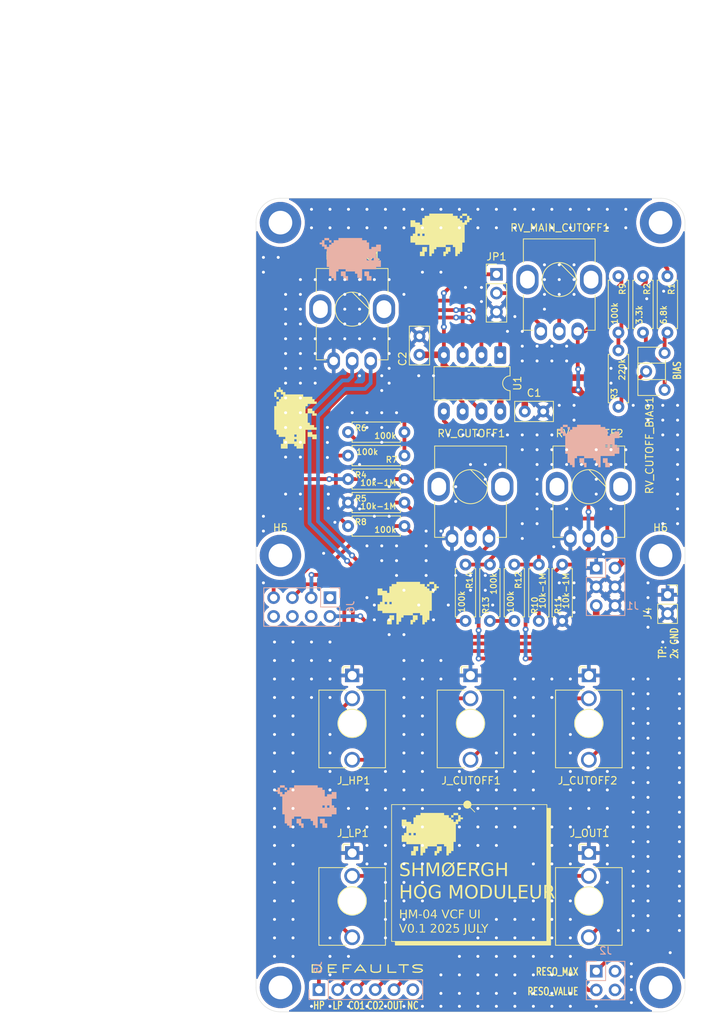
<source format=kicad_pcb>
(kicad_pcb (version 20241229) (generator "pcbnew") (generator_version "9.0")
  (layers (0 "F.Cu" signal) (2 "B.Cu" signal) (13 "F.Paste" user) (15 "B.Paste" user) (5 "F.SilkS" user "F.Silkscreen") (7 "B.SilkS" user "B.Silkscreen") (1 "F.Mask" user) (3 "B.Mask" user) (25 "Edge.Cuts" user))
  (net 0 "")
  (net 2 "+12V")
  (net 3 "GND")
  (net 4 "-12V")
  (net 5 "Net-(JP1-C)")
  (net 6 "RESO_MAX")
  (net 7 "RESO_VALUE")
  (net 8 "OUT_DEFAULT")
  (net 9 "CUTOFF_2_DEFAULT")
  (net 10 "CUTOFF_1_DEFAULT")
  (net 11 "Net-(R1-Pad2)")
  (net 12 "HP_DEFAULT")
  (net 13 "LP_DEFAULT")
  (net 15 "HP_IN")
  (net 18 "OUT")
  (net 19 "LP_IN")
  (net 20 "CUTOFF")
  (net 23 "Net-(J_CUTOFF1-PadT)")
  (net 24 "Net-(J_CUTOFF2-PadT)")
  (net 25 "Net-(R2-Pad2)")
  (net 26 "Net-(R3-Pad1)")
  (net 27 "Net-(U1A-+)")
  (net 28 "Net-(U1A--)")
  (net 30 "Net-(R7-Pad2)")
  (net 31 "Net-(R9-Pad1)")
  (net 32 "Net-(U1B-+)")
  (net 33 "Net-(U1B--)")
  (net 34 "Net-(R13-Pad2)")
  (footprint "MountingHole:MountingHole_3.2mm_M3_DIN965_Pad" (layer "F.Cu") (at 178.7 92.3)
    (property "Reference" "H6")
    (property "Value" "MountingHole")
  )
  (footprint "Capacitor_THT:C_Disc_D5.0mm_W2.5mm_P2.50mm" (layer "F.Cu") (at 160.342 72.829)
    (property "Reference" "C1")
    (property "Value" "C")
  )
  (footprint "Shmoergh_Custom_Footprints:Potentiometer_Bourns_Single-PTV09A" (layer "F.Cu") (at 165 55)
    (property "Reference" "RV_MAIN_CUTOFF1")
    (property "Value" "100k")
  )
  (footprint "Shmoergh_Custom_Footprints:R_Axial_DIN0207_L6.3mm_D2.5mm_P7.62mm_Horizontal" (layer "F.Cu") (at 165.402 101.15 90)
    (property "Reference" "R11")
    (property "Value" "10k-1M")
  )
  (footprint "Connector_PinHeader_2.54mm:PinHeader_1x03_P2.54mm_Vertical" (layer "F.Cu") (at 156.512 54.287)
    (property "Reference" "JP1")
    (property "Value" "Jumper_3_Open")
  )
  (footprint "Capacitor_THT:C_Disc_D5.0mm_W2.5mm_P2.50mm" (layer "F.Cu") (at 146.098 62.669 -90)
    (property "Reference" "C2")
    (property "Value" "C")
  )
  (footprint "Connector_PinSocket_2.54mm:PinSocket_1x02_P2.54mm_Vertical" (layer "F.Cu") (at 179.651 97.614)
    (property "Reference" "J4")
    (property "Value" "Conn_01x02")
  )
  (footprint "Shmoergh_Custom_Footprints:R_Axial_DIN0207_L6.3mm_D2.5mm_P7.62mm_Horizontal" (layer "F.Cu") (at 136.446 81.973)
    (property "Reference" "R4")
    (property "Value" "10k-1M")
  )
  (footprint "Shmoergh_Custom_Footprints:Potentiometer_Bourns_Single-PTV09A" (layer "F.Cu") (at 153 83)
    (property "Reference" "RV_CUTOFF1")
    (property "Value" "100k")
  )
  (footprint "Shmoergh_Custom_Footprints:R_Axial_DIN0207_L6.3mm_D2.5mm_P7.62mm_Horizontal" (layer "F.Cu") (at 144.066 78.798 180)
    (property "Reference" "R7")
    (property "Value" "100k")
  )
  (footprint "Shmoergh_Custom_Footprints:Jack_3.5mm_QingPu_WQP-PJ398SM_Vertical_CircularHoles" (layer "F.Cu") (at 169 115)
    (property "Reference" "J_CUTOFF2")
    (property "Value" "PJ398SM")
  )
  (footprint "Shmoergh_Custom_Footprints:R_Axial_DIN0207_L6.3mm_D2.5mm_P7.62mm_Horizontal" (layer "F.Cu") (at 173.000068 72.194 90)
    (property "Reference" "R3")
    (property "Value" "220k")
  )
  (footprint "MountingHole:MountingHole_3.2mm_M3_DIN965_Pad" (layer "F.Cu") (at 178.7 47.3)
    (property "Reference" "H2")
    (property "Value" "MountingHole")
  )
  (footprint "Shmoergh_Custom_Footprints:Jack_3.5mm_QingPu_WQP-PJ398SM_Vertical_CircularHoles" (layer "F.Cu") (at 153 115)
    (property "Reference" "J_CUTOFF1")
    (property "Value" "PJ398SM")
  )
  (footprint "MountingHole:MountingHole_3.2mm_M3_DIN965_Pad" (layer "F.Cu") (at 178.7 150.7)
    (property "Reference" "H3")
    (property "Value" "MountingHole")
  )
  (footprint "Shmoergh_Custom_Footprints:R_Axial_DIN0207_L6.3mm_D2.5mm_P7.62mm_Horizontal" (layer "F.Cu") (at 136.446 88.323)
    (property "Reference" "R8")
    (property "Value" "100k")
  )
  (footprint "MountingHole:MountingHole_3.2mm_M3_DIN965_Pad" (layer "F.Cu") (at 127.3 47.3)
    (property "Reference" "H1")
    (property "Value" "MountingHole")
  )
  (footprint "Shmoergh_Custom_Footprints:R_Axial_DIN0207_L6.3mm_D2.5mm_P7.62mm_Horizontal" (layer "F.Cu") (at 179.626 54.541 -90)
    (property "Reference" "R1")
    (property "Value" "6.8k")
  )
  (footprint "Shmoergh_Logo:Gyeszno" (layer "F.Cu") (at 129.334 73.718 90)
    (property "Reference" "G***" (hide yes))
    (property "Value" "LOGO" (hide yes))
  )
  (footprint "MountingHole:MountingHole_3.2mm_M3_DIN965_Pad" (layer "F.Cu") (at 127.3 150.7)
    (property "Reference" "H4")
    (property "Value" "MountingHole")
  )
  (footprint "Shmoergh_Custom_Footprints:Jack_3.5mm_QingPu_WQP-PJ398SM_Vertical_CircularHoles" (layer "F.Cu") (at 169 139)
    (property "Reference" "J_OUT1")
    (property "Value" "PJ398SM")
  )
  (footprint "Shmoergh_Custom_Footprints:R_Axial_DIN0207_L6.3mm_D2.5mm_P7.62mm_Horizontal" (layer "F.Cu") (at 162.241 101.15 90)
    (property "Reference" "R10")
    (property "Value" "10k-1M")
  )
  (footprint "Shmoergh_Custom_Footprints:Potentiometer_Bourns_Single-PTV09A" (layer "F.Cu") (at 169 83)
    (property "Reference" "RV_CUTOFF2")
    (property "Value" "100k")
  )
  (footprint "Shmoergh_Custom_Footprints:R_Axial_DIN0207_L6.3mm_D2.5mm_P7.62mm_Horizontal" (layer "F.Cu") (at 176.324 54.541 -90)
    (property "Reference" "R2")
    (property "Value" "3.3k")
  )
  (footprint "Shmoergh_Logo:Gyeszno" (layer "F.Cu") (at 147.829 129.979)
    (property "Reference" "G***" (hide yes))
    (property "Value" "LOGO" (hide yes))
  )
  (footprint "Shmoergh_Custom_Footprints:R_Axial_DIN0207_L6.3mm_D2.5mm_P7.62mm_Horizontal" (layer "F.Cu") (at 173.000068 54.541 -90)
    (property "Reference" "R9")
    (property "Value" "100k")
  )
  (footprint "Shmoergh_Custom_Footprints:Jack_3.5mm_QingPu_WQP-PJ398SM_Vertical_CircularHoles" (layer "F.Cu") (at 137 139)
    (property "Reference" "J_LP1")
    (property "Value" "PJ398SM")
  )
  (footprint "Shmoergh_Custom_Footprints:R_Axial_DIN0207_L6.3mm_D2.5mm_P7.62mm_Horizontal" (layer "F.Cu") (at 155.623 101.15 90)
    (property "Reference" "R13")
    (property "Value" "100k")
  )
  (footprint "Shmoergh_Custom_Footprints:R_Axial_DIN0207_L6.3mm_D2.5mm_P7.62mm_Horizontal" (layer "F.Cu") (at 158.925 93.53 -90)
    (property "Reference" "R12")
    (property "Value" "100k")
  )
  (footprint "Shmoergh_Custom_Footprints:R_Axial_DIN0207_L6.3mm_D2.5mm_P7.62mm_Horizontal" (layer "F.Cu") (at 136.446 85.148)
    (property "Reference" "R5")
    (property "Value" "10k-1M")
  )
  (footprint "Shmoergh_Custom_Footprints:R_Axial_DIN0207_L6.3mm_D2.5mm_P7.62mm_Horizontal" (layer "F.Cu") (at 152.321 93.53 -90)
    (property "Reference" "R14")
    (property "Value" "100k")
  )
  (footprint "Shmoergh_Custom_Footprints:R_Axial_DIN0207_L6.3mm_D2.5mm_P7.62mm_Horizontal" (layer "F.Cu") (at 136.446 75.623)
    (property "Reference" "R6")
    (property "Value" "100k")
  )
  (footprint "MountingHole:MountingHole_3.2mm_M3_DIN965_Pad" (layer "F.Cu") (at 127.3 92.3)
    (property "Reference" "H5")
    (property "Value" "MountingHole")
  )
  (footprint "Shmoergh_Logo:Gyeszno" (layer "F.Cu") (at 149.019 48.953)
    (property "Reference" "G***" (hide yes))
    (property "Value" "LOGO" (hide yes))
  )
  (footprint "Shmoergh_Custom_Footprints:Jack_3.5mm_QingPu_WQP-PJ398SM_Vertical_CircularHoles" (layer "F.Cu") (at 137 115)
    (property "Reference" "J_HP1")
    (property "Value" "PJ398SM")
  )
  (footprint "Potentiometer_THT:Potentiometer_ACP_CA6-H2,5_Horizontal" (layer "F.Cu") (at 179.245 69.908 180)
    (property "Reference" "RV_CUTOFF_BIAS1")
    (property "Value" "10k")
  )
  (footprint "Package_DIP:DIP-8_W7.62mm_LongPads" (layer "F.Cu") (at 157.02 65.209 -90)
    (property "Reference" "U1")
    (property "Value" "TL072")
  )
  (footprint "Shmoergh_Custom_Footprints:Potentiometer_Bourns_Single-PTV09A" (layer "F.Cu") (at 137 59)
    (property "Reference" "RV_RESO1")
    (property "Value" "100k")
  )
  (footprint "Shmoergh_Logo:Gyeszno" (layer "F.Cu") (at 144.574 98.737)
    (property "Reference" "G***" (hide yes))
    (property "Value" "LOGO" (hide yes))
  )
  (footprint "Connector_PinSocket_2.54mm:PinSocket_2x03_P2.54mm_Vertical" (layer "B.Cu") (at 170 94 180)
    (property "Reference" "J1")
    (property "Value" "Conn_02x03_Odd_Even")
  )
  (footprint "Connector_PinSocket_2.54mm:PinSocket_2x04_P2.54mm_Vertical" (layer "B.Cu") (at 134 98 90)
    (property "Reference" "J6")
    (property "Value" "Conn_02x04_Odd_Even")
  )
  (footprint "Shmoergh_Logo:Gyeszno" (layer "B.Cu") (at 169 77.5 180)
    (property "Reference" "G***" (hide yes))
    (property "Value" "LOGO" (hide yes))
  )
  (footprint "Shmoergh_Logo:Gyeszno" (layer "B.Cu") (at 130.75 126.25 180)
    (property "Reference" "G***" (hide yes))
    (property "Value" "LOGO" (hide yes))
  )
  (footprint "Connector_PinSocket_2.54mm:PinSocket_2x02_P2.54mm_Vertical" (layer "B.Cu") (at 170 148.5 180)
    (property "Reference" "J2")
    (property "Value" "Conn_02x02_Counter_Clockwise")
  )
  (footprint "Connector_PinSocket_2.54mm:PinSocket_1x06_P2.54mm_Vertical" (layer "B.Cu") (at 132.5 151 -90)
    (property "Reference" "J5")
    (property "Value" "Conn_01x06")
  )
  (footprint "Shmoergh_Logo:Gyeszno" (layer "B.Cu") (at 136.75 52.25 180)
    (property "Reference" "G***" (hide yes))
    (property "Value" "LOGO" (hide yes))
  )
  (gr_rect (start 142.829 144.479) (end 163.829 144.979) (stroke (width 0.1)) (fill yes) (layer "F.SilkS"))
  (gr_line (start 153.579 126.979) (end 152.579 125.979) (stroke (width 0.1)) (layer "F.SilkS"))
  (gr_rect (start 163.329 126.479) (end 163.829 144.979) (stroke (width 0.1)) (fill yes) (layer "F.SilkS"))
  (gr_rect (start 142.329 125.979) (end 163.329 144.479) (stroke (width 0.1)) (fill no) (layer "F.SilkS"))
  (gr_circle (center 152.579 125.979) (end 152.579 125.479) (stroke (width 0.1)) (fill yes) (layer "F.SilkS"))
  (gr_line (start 178.7 154) (end 127.3 154) (stroke (width 0.05)) (layer "Edge.Cuts"))
  (gr_arc (start 182 150.7) (mid 181.033452 153.033452) (end 178.7 154) (stroke (width 0.05)) (layer "Edge.Cuts"))
  (gr_line (start 182 47.3) (end 182 150.7) (stroke (width 0.05)) (layer "Edge.Cuts"))
  (gr_line (start 127.3 44) (end 178.7 44) (stroke (width 0.05)) (layer "Edge.Cuts"))
  (gr_line (start 124 150.7) (end 124 47.3) (stroke (width 0.05)) (layer "Edge.Cuts"))
  (gr_arc (start 124 47.3) (mid 124.966548 44.966548) (end 127.3 44) (stroke (width 0.05)) (layer "Edge.Cuts"))
  (gr_arc (start 127.3 154) (mid 124.966548 153.033452) (end 124 150.7) (stroke (width 0.05)) (layer "Edge.Cuts"))
  (gr_arc (start 178.7 44) (mid 181.033452 44.966548) (end 182 47.3) (stroke (width 0.05)) (layer "Edge.Cuts"))
  (gr_text "SHMØERGH \nHOG MODULEUR" (at 143.329 138.979 0) (layer "F.SilkS") (effects (font (size 1.8 1.8) (thickness 0.1)) (justify left bottom)))
  (gr_text "DEFAULTS" (at 138.986 148.775 0) (layer "F.SilkS") (effects (font (size 1 2.2) (thickness 0.17) (bold yes)) (justify bottom)))
  (gr_text "RESO_VALUE" (at 167.688 151.823 0) (layer "F.SilkS") (effects (font (size 1 0.75) (thickness 0.17) (bold yes)) (justify right bottom)))
  (gr_text "NC" (at 145.209 153.728 0) (layer "F.SilkS") (effects (font (size 1 0.75) (thickness 0.17) (bold yes)) (justify bottom)))
  (gr_text "CO2" (at 140.129 153.728 0) (layer "F.SilkS") (effects (font (size 1 0.75) (thickness 0.17) (bold yes)) (justify bottom)))
  (gr_text "TP:\n2x GND" (at 181.15 106.357 90) (layer "F.SilkS") (effects (font (size 1 0.75) (thickness 0.17) (bold yes)) (justify left bottom)))
  (gr_text "BIAS" (at 181.531 68.638 90) (layer "F.SilkS") (effects (font (size 1 0.75) (thickness 0.17) (bold yes)) (justify left bottom)))
  (gr_text "OUT" (at 142.796 153.728 0) (layer "F.SilkS") (effects (font (size 1 0.75) (thickness 0.17) (bold yes)) (justify bottom)))
  (gr_text "HP" (at 132.509 153.728 0) (layer "F.SilkS") (effects (font (size 1 0.75) (thickness 0.17) (bold yes)) (justify bottom)))
  (gr_text "CO1" (at 137.589 153.728 0) (layer "F.SilkS") (effects (font (size 1 0.75) (thickness 0.17) (bold yes)) (justify bottom)))
  (gr_text "RESO_MAX" (at 167.688 149.156 0) (layer "F.SilkS") (effects (font (size 1 0.75) (thickness 0.17) (bold yes)) (justify right bottom)))
  (gr_text "HM-04 VCF UI \nV0.1 2025 JULY" (at 143.329 143.479 0) (layer "F.SilkS") (effects (font (size 1.15 1.15) (thickness 0.1)) (justify left bottom)))
  (gr_text "LP" (at 135.049 153.728 0) (layer "F.SilkS") (effects (font (size 1 0.75) (thickness 0.17) (bold yes)) (justify bottom)))
  (segment (start 167.5 62) (end 167.5 67.053) (width 0.508) (layer "F.Cu") (net 2))
  (segment (start 160.449 69.908) (end 158.036 69.908) (width 0.889) (layer "F.Cu") (net 2))
  (segment (start 160.342 72.829) (end 160.342 70.015) (width 0.889) (layer "F.Cu") (net 2))
  (segment (start 179.626 53.525) (end 179.626 54.541) (width 0.508) (layer "F.Cu") (net 2))
  (segment (start 172.679 94) (end 173.53 93.149) (width 0.889) (layer "F.Cu") (net 2))
  (segment (start 168.484 62) (end 174.8 55.684) (width 0.508) (layer "F.Cu") (net 2))
  (segment (start 157.02 70.924) (end 157.02 72.829) (width 0.889) (layer "F.Cu") (net 2))
  (segment (start 170.355 76.766) (end 168.831 75.242) (width 0.889) (layer "F.Cu") (net 2))
  (segment (start 167.5 67.053) (end 167.561 67.114) (width 0.508) (layer "F.Cu") (net 2))
  (segment (start 173.53 87.688) (end 176.578 84.64) (width 0.889) (layer "F.Cu") (net 2))
  (segment (start 178.483 52.382) (end 179.626 53.525) (width 0.508) (layer "F.Cu") (net 2))
  (segment (start 175.435 76.766) (end 170.355 76.766) (width 0.889) (layer "F.Cu") (net 2))
  (segment (start 158.036 69.908) (end 157.02 70.924) (width 0.889) (layer "F.Cu") (net 2))
  (segment (start 176.578 84.64) (end 176.578 77.909) (width 0.889) (layer "F.Cu") (net 2))
  (segment (start 174.8 55.684) (end 174.8 53.525) (width 0.508) (layer "F.Cu") (net 2))
  (segment (start 168.831 71.178) (end 167.561 69.908) (width 0.889) (layer "F.Cu") (net 2))
  (segment (start 167.5 62) (end 168.484 62) (width 0.508) (layer "F.Cu") (net 2))
  (segment (start 172.54 94) (end 172.679 94) (width 0.889) (layer "F.Cu") (net 2))
  (segment (start 176.578 77.909) (end 175.435 76.766) (width 0.889) (layer "F.Cu") (net 2))
  (segment (start 160.342 70.015) (end 160.449 69.908) (width 0.889) (layer "F.Cu") (net 2))
  (segment (start 167.688 69.908) (end 167.561 69.908) (width 0.889) (layer "F.Cu") (net 2))
  (segment (start 167.561 69.908) (end 160.449 69.908) (width 0.889) (layer "F.Cu") (net 2))
  (segment (start 174.8 53.525) (end 175.943 52.382) (width 0.508) (layer "F.Cu") (net 2))
  (segment (start 168.831 75.242) (end 168.831 71.178) (width 0.889) (layer "F.Cu") (net 2))
  (segment (start 175.943 52.382) (end 178.483 52.382) (width 0.508) (layer "F.Cu") (net 2))
  (segment (start 173.53 93.149) (end 173.53 87.688) (width 0.889) (layer "F.Cu") (net 2))
  (via (at 167.561 67.114) (size 0.8) (drill 0.4) (layers "F.Cu" "B.Cu") (net 2))
  (via (at 167.561 69.908) (size 0.8) (drill 0.4) (layers "F.Cu" "B.Cu") (net 2))
  (segment (start 167.561 67.114) (end 167.561 69.908) (width 0.508) (layer "B.Cu") (net 2))
  (via (at 166.5 141.5) (size 0.8) (drill 0.4) (layers "F.Cu" "B.Cu") (net 3))
  (via (at 150 99) (size 0.8) (drill 0.4) (layers "F.Cu" "B.Cu") (net 3))
  (via (at 142 101) (size 0.8) (drill 0.4) (layers "F.Cu" "B.Cu") (net 3))
  (via (at 146.5 116.5) (size 0.8) (drill 0.4) (layers "F.Cu" "B.Cu") (net 3))
  (via (at 156.5 149) (size 0.8) (drill 0.4) (layers "F.Cu" "B.Cu") (net 3))
  (via (at 161.5 109) (size 0.8) (drill 0.4) (layers "F.Cu" "B.Cu") (net 3))
  (via (at 148 101) (size 0.8) (drill 0.4) (layers "F.Cu" "B.Cu") (net 3))
  (via (at 176.832 57.589) (size 0.8) (drill 0.4) (layers "F.Cu" "B.Cu") (net 3))
  (via (at 141.5 136.5) (size 0.8) (drill 0.4) (layers "F.Cu" "B.Cu") (net 3))
  (via (at 175 119) (size 0.8) (drill 0.4) (layers "F.Cu" "B.Cu") (net 3))
  (via (at 147 93) (size 0.8) (drill 0.4) (layers "F.Cu" "B.Cu") (net 3))
  (via (at 155 80) (size 0.8) (drill 0.4) (layers "F.Cu" "B.Cu") (net 3))
  (via (at 158 76) (size 0.8) (drill 0.4) (layers "F.Cu" "B.Cu") (net 3))
  (via (at 132 65) (size 0.8) (drill 0.4) (layers "F.Cu" "B.Cu") (net 3))
  (via (at 175 141) (size 0.8) (drill 0.4) (layers "F.Cu" "B.Cu") (net 3))
  (via (at 129 126.5) (size 0.8) (drill 0.4) (layers "F.Cu" "B.Cu") (net 3))
  (via (at 166.5 124) (size 0.8) (drill 0.4) (layers "F.Cu" "B.Cu") (net 3))
  (via (at 164 129) (size 0.8) (drill 0.4) (layers "F.Cu" "B.Cu") (net 3))
  (via (at 126.5 134) (size 0.8) (drill 0.4) (layers "F.Cu" "B.Cu") (net 3))
  (via (at 146 68) (size 0.8) (drill 0.4) (layers "F.Cu" "B.Cu") (net 3))
  (via (at 129 146.5) (size 0.8) (drill 0.4) (layers "F.Cu" "B.Cu") (net 3))
  (via (at 160 76) (size 0.8) (drill 0.4) (layers "F.Cu" "B.Cu") (net 3))
  (via (at 159 116.5) (size 0.8) (drill 0.4) (layers "F.Cu" "B.Cu") (net 3))
  (via (at 128 71) (size 0.8) (drill 0.4) (layers "F.Cu" "B.Cu") (net 3))
  (via (at 141 75) (size 0.8) (drill 0.4) (layers "F.Cu" "B.Cu") (net 3))
  (via (at 159 119) (size 0.8) (drill 0.4) (layers "F.Cu" "B.Cu") (net 3))
  (via (at 136.5 129) (size 0.8) (drill 0.4) (layers "F.Cu" "B.Cu") (net 3))
  (via (at 177 113) (size 0.8) (drill 0.4) (layers "F.Cu" "B.Cu") (net 3))
  (via (at 181.25 125) (size 0.8) (drill 0.4) (layers "F.Cu" "B.Cu") (net 3))
  (via (at 181.25 111) (size 0.8) (drill 0.4) (layers "F.Cu" "B.Cu") (net 3))
  (via (at 154 151.5) (size 0.8) (drill 0.4) (layers "F.Cu" "B.Cu") (net 3))
  (via (at 130 77) (size 0.8) (drill 0.4) (layers "F.Cu" "B.Cu") (net 3))
  (via (at 129 119) (size 0.8) (drill 0.4) (layers "F.Cu" "B.Cu") (net 3))
  (via (at 130 67) (size 0.8) (drill 0.4) (layers "F.Cu" "B.Cu") (net 3))
  (via (at 153 95) (size 0.8) (drill 0.4) (layers "F.Cu" "B.Cu") (net 3))
  (via (at 136.5 153.25) (size 0.8) (drill 0.4) (layers "F.Cu" "B.Cu") (net 3))
  (via (at 125 54) (size 0.8) (drill 0.4) (layers "F.Cu" "B.Cu") (net 3))
  (via (at 126.5 106.5) (size 0.8) (drill 0.4) (layers "F.Cu" "B.Cu") (net 3))
  (via (at 144 134) (size 0.8) (drill 0.4) (layers "F.Cu" "B.Cu") (net 3))
  (via (at 177 74) (size 0.8) (drill 0.4) (layers "F.Cu" "B.Cu") (net 3))
  (via (at 136 55) (size 0.8) (drill 0.4) (layers "F.Cu" "B.Cu") (net 3))
  (via (at 164 134) (size 0.8) (drill 0.4) (layers "F.Cu" "B.Cu") (net 3))
  (via (at 175 113) (size 0.8) (drill 0.4) (layers "F.Cu" "B.Cu") (net 3))
  (via (at 163 55) (size 0.8) (drill 0.4) (layers "F.Cu" "B.Cu") (net 3))
  (via (at 164 78) (size 0.8) (drill 0.4) (layers "F.Cu" "B.Cu") (net 3))
  (via (at 141 70) (size 0.8) (drill 0.4) (layers "F.Cu" "B.Cu") (net 3))
  (via (at 179 88) (size 0.8) (drill 0.4) (layers "F.Cu" "B.Cu") (net 3))
  (via (at 146.5 124) (size 0.8) (drill 0.4) (layers "F.Cu" "B.Cu") (net 3))
  (via (at 130 79) (size 0.8) (drill 0.4) (layers "F.Cu" "B.Cu") (net 3))
  (via (at 134 121.5) (size 0.8) (drill 0.4) (layers "F.Cu" "B.Cu") (net 3))
  (via (at 141.5 141.5) (size 0.8) (drill 0.4) (layers "F.Cu" "B.Cu") (net 3))
  (via (at 175 133) (size 0.8) (drill 0.4) (layers "F.Cu" "B.Cu") (net 3))
  (via (at 171.5 134) (size 0.8) (drill 0.4) (layers "F.Cu" "B.Cu") (net 3))
  (via (at 134 124) (size 0.8) (drill 0.4) (layers "F.Cu" "B.Cu") (net 3))
  (via (at 163 59) (size 0.8) (drill 0.4) (layers "F.Cu" "B.Cu") (net 3))
  (via (at 128 79) (size 0.8) (drill 0.4) (layers "F.Cu" "B.Cu") (net 3))
  (via (at 144 126.5) (size 0.8) (drill 0.4) (layers "F.Cu" "B.Cu") (net 3))
  (via (at 125 52) (size 0.8) (drill 0.4) (layers "F.Cu" "B.Cu") (net 3))
  (via (at 134 153.25) (size 0.8) (drill 0.4) (layers "F.Cu" "B.Cu") (net 3))
  (via (at 134 111.5) (size 0.8) (drill 0.4) (layers "F.Cu" "B.Cu") (net 3))
  (via (at 181 74) (size 0.8) (drill 0.4) (layers "F.Cu" "B.Cu") (net 3))
  (via (at 156.5 48) (size 0.8) (drill 0.4) (layers "F.Cu" "B.Cu") (net 3))
  (via (at 156 76) (size 0.8) (drill 0.4) (layers "F.Cu" "B.Cu") (net 3))
  (via (at 134 119) (size 0.8) (drill 0.4) (layers "F.Cu" "B.Cu") (net 3))
  (via (at 130 59) (size 0.8) (drill 0.4) (layers "F.Cu" "B.Cu") (net 3))
  (via (at 175 125) (size 0.8) (drill 0.4) (layers "F.Cu" "B.Cu") (net 3))
  (via (at 159 151.5) (size 0.8) (drill 0.4) (layers "F.Cu" "B.Cu") (net 3))
  (via (at 174 80) (size 0.8) (drill 0.4) (layers "F.Cu" "B.Cu") (net 3))
  (via (at 175 123) (size 0.8) (drill 0.4) (layers "F.Cu" "B.Cu") (net 3))
  (via (at 166.5 126.5) (size 0.8) (drill 0.4) (layers "F.Cu" "B.Cu") (net 3))
  (via (at 162 76) (size 0.8) (drill 0.4) (layers "F.Cu" "B.Cu") (net 3))
  (via (at 141 68) (size 0.8) (drill 0.4) (layers "F.Cu" "B.Cu") (net 3))
  (via (at 167 72) (size 0.8) (drill 0.4) (layers "F.Cu" "B.Cu") (net 3))
  (via (at 146.5 126.5) (size 0.8) (drill 0.4) (layers "F.Cu" "B.Cu") (net 3))
  (via (at 156.5 153.25) (size 0.8) (drill 0.4) (layers "F.Cu" "B.Cu") (net 3))
  (via (at 154 129) (size 0.8) (drill 0.4) (layers "F.Cu" "B.Cu") (net 3))
  (via (at 172 78) (size 0.8) (drill 0.4) (layers "F.Cu" "B.Cu") (net 3))
  (via (at 156.5 129) (size 0.8) (drill 0.4) (layers "F.Cu" "B.Cu") (net 3))
  (via (at 128 57) (size 0.8) (drill 0.4) (layers "F.Cu" "B.Cu") (net 3))
  (via (at 162 78) (size 0.8) (drill 0.4) (layers "F.Cu" "B.Cu") (net 3))
  (via (at 163 57) (size 0.8) (drill 0.4) (layers "F.Cu" "B.Cu") (net 3))
  (via (at 175 72) (size 0.8) (drill 0.4) (layers "F.Cu" "B.Cu") (net 3))
  (via (at 174.75 149.25) (size 0.8) (drill 0.4) (layers "F.Cu" "B.Cu") (net 3))
  (via (at 152.321 56.065) (size 0.8) (drill 0.4) (layers "F.Cu" "B.Cu") (net 3))
  (via (at 177 137) (size 0.8) (drill 0.4) (layers "F.Cu" "B.Cu") (net 3))
  (via (at 165 96) (size 0.8) (drill 0.4) (layers "F.Cu" "B.Cu") (net 3))
  (via (at 140 87) (size 0.8) (drill 0.4) (layers "F.Cu" "B.Cu") (net 3))
  (via (at 144 57) (size 0.8) (drill 0.4) (layers "F.Cu" "B.Cu") (net 3))
  (via (at 177 135) (size 0.8) (drill 0.4) (layers "F.Cu" "B.Cu") (net 3))
  (via (at 130 63) (size 0.8) (drill 0.4) (layers "F.Cu" "B.Cu") (net 3))
  (via (at 177 127) (size 0.8) (drill 0.4) (layers "F.Cu" "B.Cu") (net 3))
  (via (at 146.5 136.5) (size 0.8) (drill 0.4) (layers "F.Cu" "B.Cu") (net 3))
  (via (at 161.5 144) (size 0.8) (drill 0.4) (layers "F.Cu" "B.Cu") (net 3))
  (via (at 129 144) (size 0.8) (drill 0.4) (layers "F.Cu" "B.Cu") (net 3))
  (via (at 164 139) (size 0.8) (drill 0.4) (layers "F.Cu" "B.Cu") (net 3))
  (via (at 146.5 131.5) (size 0.8) (drill 0.4) (layers "F.Cu" "B.Cu") (net 3))
  (via (at 144 129) (size 0.8) (drill 0.4) (layers "F.Cu" "B.Cu") (net 3))
  (via (at 138 55) (size 0.8) (drill 0.4) (layers "F.Cu" "B.Cu") (net 3))
  (via (at 160 62) (size 0.8) (drill 0.4) (layers "F.Cu" "B.Cu") (net 3))
  (via (at 146.5 111.5) (size 0.8) (drill 0.4) (layers "F.Cu" "B.Cu") (net 3))
  (via (at 152 76) (size 0.8) (drill 0.4) (layers "F.Cu" "B.Cu") (net 3))
  (via (at 151.5 153.25) (size 0.8) (drill 0.4) (layers "F.Cu" "B.Cu") (net 3))
  (via (at 159 45.5) (size 0.8) (drill 0.4) (layers "F.Cu" "B.Cu") (net 3))
  (via (at 169 126.5) (size 0.8) (drill 0.4) (layers "F.Cu" "B.Cu") (net 3))
  (via (at 130 55) (size 0.8) (drill 0.4) (layers "F.Cu" "B.Cu") (net 3))
  (via (at 132 63) (size 0.8) (drill 0.4) (layers "F.Cu" "B.Cu") (net 3))
  (via (at 139 124) (size 0.8) (drill 0.4) (layers "F.Cu" "B.Cu") (net 3))
  (via (at 146.5 153.25) (size 0.8) (drill 0.4) (layers "F.Cu" "B.Cu") (net 3))
  (via (at 162 86) (size 0.8) (drill 0.4) (layers "F.Cu" "B.Cu") (net 3))
  (via (at 166 78) (size 0.8) (drill 0.4) (layers "F.Cu" "B.Cu") (net 3))
  (via (at 142 103) (size 0.8) (drill 0.4) (layers "F.Cu" "B.Cu") (net 3))
  (via (at 177 121) (size 0.8) (drill 0.4) (layers "F.Cu" "B.Cu") (net 3))
  (via (at 136.5 48) (size 0.8) (drill 0.4) (layers "F.Cu" "B.Cu") (net 3))
  (via (at 177 111) (size 0.8) (drill 0.4) (layers "F.Cu" "B.Cu") (net 3))
  (via (at 181.25 139) (size 0.8) (drill 0.4) (layers "F.Cu" "B.Cu") (net 3))
  (via (at 166.5 139) (size 0.8) (drill 0.4) (layers "F.Cu" "B.Cu") (net 3))
  (via (at 130 61) (size 0.8) (drill 0.4) (layers "F.Cu" "B.Cu") (net 3))
  (via (at 179 74) (size 0.8) (drill 0.4) (layers "F.Cu" "B.Cu") (net 3))
  (via (at 129 134) (size 0.8) (drill 0.4) (layers "F.Cu" "B.Cu") (net 3))
  (via (at 134 55) (size 0.8) (drill 0.4) (layers "F.Cu" "B.Cu") (net 3))
  (via (at 128 73) (size 0.8) (drill 0.4) (layers "F.Cu" "B.Cu") (net 3))
  (via (at 137 73) (size 0.8) (drill 0.4) (layers "F.Cu" "B.Cu") (net 3))
  (via (at 129 104) (size 0.8) (drill 0.4) (layers "F.Cu" "B.Cu") (net 3))
  (via (at 161.5 114) (size 0.8) (drill 0.4) (layers "F.Cu" "B.Cu") (net 3))
  (via (at 154 124) (size 0.8) (drill 0.4) (layers "F.Cu" "B.Cu") (net 3))
  (via (at 181 84) (size 0.8) (drill 0.4) (layers "F.Cu" "B.Cu") (net 3))
  (via (at 134.668 87.815) (size 0.8) (drill 0.4) (layers "F.Cu" "B.Cu") (net 3))
  (via (at 159 124) (size 0.8) (drill 0.4) (layers "F.Cu" "B.Cu") (net 3))
  (via (at 160 66) (size 0.8) (drill 0.4) (layers "F.Cu" "B.Cu") (net 3))
  (via (at 165 53) (size 0.8) (drill 0.4) (layers "F.Cu" "B.Cu") (net 3))
  (via (at 132 67) (size 0.8) (drill 0.4) (layers "F.Cu" "B.Cu") (net 3))
  (via (at 154 126.5) (size 0.8) (drill 0.4) (layers "F.Cu" "B.Cu") (net 3))
  (via (at 165 72) (size 0.8) (drill 0.4) (layers "F.Cu" "B.Cu") (net 3))
  (via (at 161.5 126.5) (size 0.8) (drill 0.4) (layers "F.Cu" "B.Cu") (net 3))
  (via (at 134 109) (size 0.8) (drill 0.4) (layers "F.Cu" "B.Cu") (net 3))
  (via (at 146.5 54) (size 0.8) (drill 0.4) (layers "F.Cu" "B.Cu") (net 3))
  (via (at 154.48 56.065) (size 0.8) (drill 0.4) (layers "F.Cu" "B.Cu") (net 3))
  (via (at 141.5 121.5) (size 0.8) (drill 0.4) (layers "F.Cu" "B.Cu") (net 3))
  (via (at 149 89) (size 0.8) (drill 0.4) (layers "F.Cu" "B.Cu") (net 3))
  (via (at 149 48) (size 0.8) (drill 0.4) (layers "F.Cu" "B.Cu") (net 3))
  (via (at 181 88) (size 0.8) (drill 0.4) (layers "F.Cu" "B.Cu") (net 3))
  (via (at 134 48) (size 0.8) (drill 0.4) (layers "F.Cu" "B.Cu") (net 3))
  (via (at 164 86) (size 0.8) (drill 0.4) (layers "F.Cu" "B.Cu") (net 3))
  (via (at 126.5 116.5) (size 0.8) (drill 0.4) (layers "F.Cu" "B.Cu") (net 3))
  (via (at 174 67) (size 0.8) (drill 0.4) (layers "F.Cu" "B.Cu") (net 3))
  (via (at 166 80) (size 0.8) (drill 0.4) (layers "F.Cu" "B.Cu") (net 3))
  (via (at 170.99 92.133) (size 0.8) (drill 0.4) (layers "F.Cu" "B.Cu") (net 3))
  (via (at 144 114) (size 0.8) (drill 0.4) (layers "F.Cu" "B.Cu") (net 3))
  (via (at 166.5 144) (size 0.8) (drill 0.4) (layers "F.Cu" "B.Cu") (net 3))
  (via (at 175 129) (size 0.8) (drill 0.4) (layers "F.Cu" "B.Cu") (net 3))
  (via (at 179 76) (size 0.8) (drill 0.4) (layers "F.Cu" "B.Cu") (net 3))
  (via (at 146.5 45.5) (size 0.8) (drill 0.4) (layers "F.Cu" "B.Cu") (net 3))
  (via (at 130 71) (size 0.8) (drill 0.4) (layers "F.Cu" "B.Cu") (net 3))
  (via (at 133.652 79.052) (size 0.8) (drill 0.4) (layers "F.Cu" "B.Cu") (net 3))
  (via (at 126.5 146.5) (size 0.8) (drill 0.4) (layers "F.Cu" "B.Cu") (net 3))
  (via (at 170 153.25) (size 0.8) (drill 0.4) (layers "F.Cu" "B.Cu") (net 3))
  (via (at 161.5 121.5) (size 0.8) (drill 0.4) (layers "F.Cu" "B.Cu") (net 3))
  (via (at 161.5 48) (size 0.8) (drill 0.4) (layers "F.Cu" "B.Cu") (net 3))
  (via (at 134 149) (size 0.8) (drill 0.4) (layers "F.Cu" "B.Cu") (net 3))
  (via (at 144 139) (size 0.8) (drill 0.4) (layers "F.Cu" "B.Cu") (net 3))
  (via (at 155 97) (size 0.8) (drill 0.4) (layers "F.Cu" "B.Cu") (net 3))
  (via (at 181.25 121) (size 0.8) (drill 0.4) (layers "F.Cu" "B.Cu") (net 3))
  (via (at 151.5 48) (size 0.8) (drill 0.4) (layers "F.Cu" "B.Cu") (net 3))
  (via (at 162 66) (size 0.8) (drill 0.4) (layers "F.Cu" "B.Cu") (net 3))
  (via (at 149 106.5) (size 0.8) (drill 0.4) (layers "F.Cu" "B.Cu") (net 3))
  (via (at 131.5 109) (size 0.8) (drill 0.4) (layers "F.Cu" "B.Cu") (net 3))
  (via (at 126.5 129) (size 0.8) (drill 0.4) (layers "F.Cu" "B.Cu") (net 3))
  (via (at 149 45.5) (size 0.8) (drill 0.4) (layers "F.Cu" "B.Cu") (net 3))
  (via (at 177 143) (size 0.8) (drill 0.4) (layers "F.Cu" "B.Cu") (net 3))
  (via (at 129 124) (size 0.8) (drill 0.4) (layers "F.Cu" "B.Cu") (net 3))
  (via (at 151 83) (size 0.8) (drill 0.4) (layers "F.Cu" "B.Cu") (net 3))
  (via (at 161.5 134) (size 0.8) (drill 0.4) (layers "F.Cu" "B.Cu") (net 3))
  (via (at 156.5 126.5) (size 0.8) (drill 0.4) (layers "F.Cu" "B.Cu") (net 3))
  (via (at 144 153.25) (size 0.8) (drill 0.4) (layers "F.Cu" "B.Cu") (net 3))
  (via (at 144 124) (size 0.8) (drill 0.4) (layers "F.Cu" "B.Cu") (net 3))
  (via (at 177 115) (size 0.8) (drill 0.4) (layers "F.Cu" "B.Cu") (net 3))
  (via (at 154 134) (size 0.8) (drill 0.4) (layers "F.Cu" "B.Cu") (net 3))
  (via (at 133.144 92.006) (size 0.8) (drill 0.4) (layers "F.Cu" "B.Cu") (net 3))
  (via (at 161.5 124) (size 0.8) (drill 0.4) (layers "F.Cu" "B.Cu") (net 3))
  (via (at 160 78) (size 0.8) (drill 0.4) (layers "F.Cu" "B.Cu") (net 3))
  (via (at 129 111.5) (size 0.8) (drill 0.4) (layers "F.Cu" "B.Cu") (net 3))
  (via (at 175 109) (size 0.8) (drill 0.4) (layers "F.Cu" "B.Cu") (net 3))
  (via (at 181.25 141) (size 0.8) (drill 0.4) (layers "F.Cu" "B.Cu") (net 3))
  (via (at 126.5 139) (size 0.8) (drill 0.4) (layers "F.Cu" "B.Cu") (net 3))
  (via (at 142 69) (size 0.8) (drill 0.4) (layers "F.Cu" "B.Cu") (net 3))
  (via (at 167 53) (size 0.8) (drill 0.4) (layers "F.Cu" "B.Cu") (net 3))
  (via (at 164 141.5) (size 0.8) (drill 0.4) (layers "F.Cu" "B.Cu") (net 3))
  (via (at 164 45.5) (size 0.8) (drill 0.4) (layers "F.Cu" "B.Cu") (net 3))
  (via (at 169 45.5) (size 0.8) (drill 0.4) (layers "F.Cu" "B.Cu") (net 3))
  (via (at 171.5 126.5) (size 0.8) (drill 0.4) (layers "F.Cu" "B.Cu") (net 3))
  (via (at 171.5 45.5) (size 0.8) (drill 0.4) (layers "F.Cu" "B.Cu") (net 3))
  (via (at 134 106.5) (size 0.8) (drill 0.4) (layers "F.Cu" "B.Cu") (net 3))
  (via (at 181.25 113) (size 0.8) (drill 0.4) (layers "F.Cu" "B.Cu") (net 3))
  (via (at 171.5 48) (size 0.8) (drill 0.4) (layers "F.Cu" "B.Cu") (net 3))
  (via (at 167 96) (size 0.8) (drill 0.4) (layers "F.Cu" "B.Cu") (net 3))
  (via (at 144 121.5) (size 0.8) (drill 0.4) (layers "F.Cu" "B.Cu") (net 3))
  (via (at 174 45.5) (size 0.8) (drill 0.4) (layers "F.Cu" "B.Cu") (net 3))
  (via (at 141.5 153.25) (size 0.8) (drill 0.4) (layers "F.Cu" "B.Cu") (net 3))
  (via (at 159 109) (size 0.8) (drill 0.4) (layers "F.Cu" "B.Cu") (net 3))
  (via (at 169 124) (size 0.8) (drill 0.4) (layers "F.Cu" "B.Cu") (net 3))
  (via (at 136 57) (size 0.8) (drill 0.4) (layers "F.Cu" "B.Cu") (net 3))
  (via (at 141 73) (size 0.8) (drill 0.4) (layers "F.Cu" "B.Cu") (net 3))
  (via (at 151.5 129) (size 0.8) (drill 0.4) (layers "F.Cu" "B.Cu") (net 3))
  (via (at 146 99) (size 0.8) (drill 0.4) (layers "F.Cu" "B.Cu") (net 3))
  (via (at 164 111.5) (size 0.8) (drill 0.4) (layers "F.Cu" "B.Cu") (net 3))
  (via (at 159 48) (size 0.8) (drill 0.4) (layers "F.Cu" "B.Cu") (net 3))
  (via (at 142 55) (size 0.8) (drill 0.4) (layers "F.Cu" "B.Cu") (net 3))
  (via (at 167 55) (size 0.8) (drill 0.4) (layers "F.Cu" "B.Cu") (net 3))
  (via (at 126.5 104) (size 0.8) (drill 0.4) (layers "F.Cu" "B.Cu") (net 3))
  (via (at 181.25 135) (size 0.8) (drill 0.4) (layers "F.Cu" "B.Cu") (net 3))
  (via (at 164 153.25) (size 0.8) (drill 0.4) (layers "F.Cu" "B.Cu") (net 3))
  (via (at 177 125) (size 0.8) (drill 0.4) (layers "F.Cu" "B.Cu") (net 3))
  (via (at 162 82) (size 0.8) (drill 0.4) (layers "F.Cu" "B.Cu") (net 3))
  (via (at 166.5 48) (size 0.8) (drill 0.4) (layers "F.Cu" "B.Cu") (net 3))
  (via (at 149 54) (size 0.8) (drill 0.4) (layers "F.Cu" "B.Cu") (net 3))
  (via (at 167 100) (size 0.8) (drill 0.4) (layers "F.Cu" "B.Cu") (net 3))
  (via (at 134 104) (size 0.8) (drill 0.4) (layers "F.Cu" "B.Cu") (net 3))
  (via (at 171.5 121.5) (size 0.8) (drill 0.4) (layers "F.Cu" "B.Cu") (net 3))
  (via (at 144 97) (size 0.8) (drill 0.4) (layers "F.Cu" "B.Cu") (net 3))
  (via (at 169 129) (size 0.8) (drill 0.4) (layers "F.Cu" "B.Cu") (net 3))
  (via (at 161.5 111.5) (size 0.8) (drill 0.4) (layers "F.Cu" "B.Cu") (net 3))
  (via (at 167 98) (size 0.8) (drill 0.4) (layers "F.Cu" "B.Cu") (net 3))
  (via (at 141.5 134) (size 0.8) (drill 0.4) (layers "F.Cu" "B.Cu") (net 3))
  (via (at 131.5 106.5) (size 0.8) (drill 0.4) (layers "F.Cu" "B.Cu") (net 3))
  (via (at 129 116.5) (size 0.8) (drill 0.4) (layers "F.Cu" "B.Cu") (net 3))
  (via (at 166.5 109) (size 0.8) (drill 0.4) (layers "F.Cu" "B.Cu") (net 3))
  (via (at 177 133) (size 0.8) (drill 0.4) (layers "F.Cu" "B.Cu") (net 3))
  (via (at 146.5 48) (size 0.8) (drill 0.4) (layers "F.Cu" "B.Cu") (net 3))
  (via (at 166.5 151.5) (size 0.8) (drill 0.4) (layers "F.Cu" "B.Cu") (net 3))
  (via (at 181.25 127) (size 0.8) (drill 0.4) (layers "F.Cu" "B.Cu") (net 3))
  (via (at 128 67) (size 0.8) (drill 0.4) (layers "F.Cu" "B.Cu") (net 3))
  (via (at 136.5 45.5) (size 0.8) (drill 0.4) (layers "F.Cu" "B.Cu") (net 3))
  (via (at 160 88) (size 0.8) (drill 0.4) (layers "F.Cu" "B.Cu") (net 3))
  (via (at 169 48) (size 0.8) (drill 0.4) (layers "F.Cu" "B.Cu") (net 3))
  (via (at 175 121) (size 0.8) (drill 0.4) (layers "F.Cu" "B.Cu") (net 3))
  (via (at 146.5 114) (size 0.8) (drill 0.4) (layers "F.Cu" "B.Cu") (net 3))
  (via (at 142 83) (size 0.8) (drill 0.4) (layers "F.Cu" "B.Cu") (net 3))
  (via (at 143 93) (size 0.8) (drill 0.4) (layers "F.Cu" "B.Cu") (net 3))
  (via (at 164 109) (size 0.8) (drill 0.4) (layers "F.Cu" "B.Cu") (net 3))
  (via (at 140 55) (size 0.8) (drill 0.4) (layers "F.Cu" "B.Cu") (net 3))
  (via (at 146.5 139) (size 0.8) (drill 0.4) (layers "F.Cu" "B.Cu") (net 3))
  (via (at 138 86) (size 0.8) (drill 0.4) (layers "F.Cu" "B.Cu") (net 3))
  (via (at 164.259 91.117) (size 0.8) (drill 0.4) (layers "F.Cu" "B.Cu") (net 3))
  (via (at 129 136.5) (size 0.8) (drill 0.4) (layers "F.Cu" "B.Cu") (net 3))
  (via (at 166 86) (size 0.8) (drill 0.4) (layers "F.Cu" "B.Cu") (net 3))
  (via (at 164 131.5) (size 0.8) (drill 0.4) (layers "F.Cu" "B.Cu") (net 3))
  (via (at 127 52) (size 0.8) (drill 0.4) (layers "F.Cu" "B.Cu") (net 3))
  (via (at 129 139) (size 0.8) (drill 0.4) (layers "F.Cu" "B.Cu") (net 3))
  (via (at 172 86) (size 0.8) (drill 0.4) (layers "F.Cu" "B.Cu") (net 3))
  (via (at 146.5 119) (size 0.8) (drill 0.4) (layers "F.Cu" "B.Cu") (net 3))
  (via (at 146.5 129) (size 0.8) (drill 0.4) (layers "F.Cu" "B.Cu") (net 3))
  (via (at 170 78) (size 0.8) (drill 0.4) (layers "F.Cu" "B.Cu") (net 3))
  (via (at 128 69) (size 0.8) (drill 0.4) (layers "F.Cu" "B.Cu") (net 3))
  (via (at 164 64) (size 0.8) (drill 0.4) (layers "F.Cu" "B.Cu") (net 3))
  (via (at 126.5 141.5) (size 0.8) (drill 0.4) (layers "F.Cu" "B.Cu") (net 3))
  (via (at 129 114) (size 0.8) (drill 0.4) (layers "F.Cu" "B.Cu") (net 3))
  (via (at 138 63) (size 0.8) (drill 0.4) (layers "F.Cu" "B.Cu") (net 3))
  (via (at 139 126.5) (size 0.8) (drill 0.4) (layers "F.Cu" "B.Cu") (net 3))
  (via (at 143 73) (size 0.8) (drill 0.4) (layers "F.Cu" "B.Cu") (net 3))
  (via (at 144 109) (size 0.8) (drill 0.4) (layers "F.Cu" "B.Cu") (net 3))
  (via (at 161.5 139) (size 0.8) (drill 0.4) (layers "F.Cu" "B.Cu") (net 3))
  (via (at 129 109) (size 0.8) (drill 0.4) (layers "F.Cu" "B.Cu") (net 3))
  (via (at 177 98) (size 0.8) (drill 0.4) (layers "F.Cu" "B.Cu") (net 3))
  (via (at 159 114) (size 0.8) (drill 0.4) (layers "F.Cu" "B.Cu") (net 3))
  (via (at 133.779 84.005) (size 0.8) (drill 0.4) (layers "F.Cu" "B.Cu") (net 3))
  (via (at 136 61) (size 0.8) (drill 0.4) (layers "F.Cu" "B.Cu") (net 3))
  (via (at 162 88) (size 0.8) (drill 0.4) (layers "F.Cu" "B.Cu") (net 3))
  (via (at 171.5 124) (size 0.8) (drill 0.4) (layers "F.Cu" "B.Cu") (net 3))
  (via (at 141.5 48) (size 0.8) (drill 0.4) (layers "F.Cu" "B.Cu") (net 3))
  (via (at 165 55) (size 0.8) (drill 0.4) (layers "F.Cu" "B.Cu") (net 3))
  (via (at 175 137) (size 0.8) (drill 0.4) (layers "F.Cu" "B.Cu") (net 3))
  (via (at 141.5 45.5) (size 0.8) (drill 0.4) (layers "F.Cu" "B.Cu") (net 3))
  (via (at 156 99) (size 0.8) (drill 0.4) (layers "F.Cu" "B.Cu") (net 3))
  (via (at 153 97) (size 0.8) (drill 0.4) (layers "F.Cu" "B.Cu") (net 3))
  (via (at 164 80) (size 0.8) (drill 0.4) (layers "F.Cu" "B.Cu") (net 3))
  (via (at 154 76) (size 0.8) (drill 0.4) (layers "F.Cu" "B.Cu") (net 3))
  (via (at 166.5 146.5) (size 0.8) (drill 0.4) (layers "F.Cu" "B.Cu") (net 3))
  (via (at 159 146.5) (size 0.8) (drill 0.4) (layers "F.Cu" "B.Cu") (net 3))
  (via (at 159 153.25) (size 0.8) (drill 0.4) (layers "F.Cu" "B.Cu") (net 3))
  (via (at 166.5 129) (size 0.8) (drill 0.4) (layers "F.Cu" "B.Cu") (net 3))
  (via (at 139 73) (size 0.8) (drill 0.4) (layers "F.Cu" "B.Cu") (net 3))
  (via (at 126.5 114) (size 0.8) (drill 0.4) (layers "F.Cu" "B.Cu") (net 3))
  (via (at 138 80) (size 0.8) (drill 0.4) (layers "F.Cu" "B.Cu") (net 3))
  (via (at 149 109) (size 0.8) (drill 0.4) (layers "F.Cu" "B.Cu") (net 3))
  (via (at 144 141.5) (size 0.8) (drill 0.4) (layers "F.Cu" "B.Cu") (net 3))
  (via (at 161.5 119) (size 0.8) (drill 0.4) (layers "F.Cu" "B.Cu") (net 3))
  (via (at 177 141) (size 0.8) (drill 0.4) (layers "F.Cu" "B.Cu") (net 3))
  (via (at 146.5 106.5) (size 0.8) (drill 0.4) (layers "F.Cu" "B.Cu") (net 3))
  (via (at 181.25 137) (size 0.8) (drill 0.4) (layers "F.Cu" "B.Cu") (net 3))
  (via (at 164 48) (size 0.8) (drill 0.4) (layers "F.Cu" "B.Cu") (net 3))
  (via (at 174.75 152.75) (size 0.8) (drill 0.4) (layers "F.Cu" "B.Cu") (net 3))
  (via (at 166.5 149) (size 0.8) (drill 0.4) (layers "F.Cu" "B.Cu") (net 3))
  (via (at 164 151.5) (size 0.8) (drill 0.4) (layers "F.Cu" "B.Cu") (net 3))
  (via (at 156.5 124) (size 0.8) (drill 0.4) (layers "F.Cu" "B.Cu") (net 3))
  (via (at 130 86) (size 0.8) (drill 0.4) (layers "F.Cu" "B.Cu") (net 3))
  (via (at 157 80) (size 0.8) (drill 0.4) (layers "F.Cu" "B.Cu") (net 3))
  (via (at 160 64) (size 0.8) (drill 0.4) (layers "F.Cu" "B.Cu") (net 3))
  (via (at 141.5 124) (size 0.8) (drill 0.4) (layers "F.Cu" "B.Cu") (net 3))
  (via (at 166.5 134) (size 0.8) (drill 0.4) (layers "F.Cu" "B.Cu") (net 3))
  (via (at 167 74) (size 0.8) (drill 0.4) (layers "F.Cu" "B.Cu") (net 3))
  (via (at 151.5 45.5) (size 0.8) (drill 0.4) (layers "F.Cu" "B.Cu") (net 3))
  (via (at 172 67) (size 0.8) (drill 0.4) (layers "F.Cu" "B.Cu") (net 3))
  (via (at 162 84) (size 0.8) (drill 0.4) (layers "F.Cu" "B.Cu") (net 3))
  (via (at 129 106.5) (size 0.8) (drill 0.4) (layers "F.Cu" "B.Cu") (net 3))
  (via (at 139 48) (size 0.8) (drill 0.4) (layers "F.Cu" "B.Cu") (net 3))
  (via (at 141 91) (size 0.8) (drill 0.4) (layers "F.Cu" "B.Cu") (net 3))
  (via (at 159 144) (size 0.8) (drill 0.4) (layers "F.Cu" "B.Cu") (net 3))
  (via (at 136.5 146.5) (size 0.8) (drill 0.4) (layers "F.Cu" "B.Cu") (net 3))
  (via (at 139 129) (size 0.8) (drill 0.4) (layers "F.Cu" "B.Cu") (net 3))
  (via (at 126.5 121.5) (size 0.8) (drill 0.4) (layers "F.Cu" "B.Cu") (net 3))
  (via (at 146.5 109) (size 0.8) (drill 0.4) (layers "F.Cu" "B.Cu") (net 3))
  (via (at 161.5 146.5) (size 0.8) (drill 0.4) (layers "F.Cu" "B.Cu") (net 3))
  (via (at 149 153.25) (size 0.8) (drill 0.4) (layers "F.Cu" "B.Cu") (net 3))
  (via (at 139 153.25) (size 0.8) (drill 0.4) (layers "F.Cu" "B.Cu") (net 3))
  (via (at 174.75 147.5) (size 0.8) (drill 0.4) (layers "F.Cu" "B.Cu") (net 3))
  (via (at 131.5 104) (size 0.8) (drill 0.4) (layers "F.Cu" "B.Cu") (net 3))
  (via (at 147 95) (size 0.8) (drill 0.4) (layers "F.Cu" "B.Cu") (net 3))
  (via (at 177 123) (size 0.8) (drill 0.4) (layers "F.Cu" "B.Cu") (net 3))
  (via (at 165 57) (size 0.8) (drill 0.4) (layers "F.Cu" "B.Cu") (net 3))
  (via (at 159 111.5) (size 0.8) (drill 0.4) (layers "F.Cu" "B.Cu") (net 3))
  (via (at 155 82) (size 0.8) (drill 0.4) (layers "F.Cu" "B.Cu") (net 3))
  (via (at 181 104) (size 0.8) (drill 0.4) (layers "F.Cu" "B.Cu") (net 3))
  (via (at 177 102) (size 0.8) (drill 0.4) (layers "F.Cu" "B.Cu") (net 3))
  (via (at 148 97) (size 0.8) (drill 0.4) (layers "F.Cu" "B.Cu") (net 3))
  (via (at 175 111) (size 0.8) (drill 0.4) (layers "F.Cu" "B.Cu") (net 3))
  (via (at 153 80) (size 0.8) (drill 0.4) (layers "F.Cu" "B.Cu") (net 3))
  (via (at 181.25 129) (size 0.8) (drill 0.4) (layers "F.Cu" "B.Cu") (net 3))
  (via (at 151.5 151.5) (size 0.8) (drill 0.4) (layers "F.Cu" "B.Cu") (net 3))
  (via (at 141 93) (size 0.8) (drill 0.4) (layers "F.Cu" "B.Cu") (net 3))
  (via (at 170 82) (size 0.8) (drill 0.4) (layers "F.Cu" "B.Cu") (net 3))
  (via (at 161.5 149) (size 0.8) (drill 0.4) (layers "F.Cu" "B.Cu") (net 3))
  (via (at 154.48 57.97) (size 0.8) (drill 0.4) (layers "F.Cu" "B.Cu") (net 3))
  (via (at 125 87) (size 0.8) (drill 0.4) (layers "F.Cu" "B.Cu") (net 3))
  (via (at 154 131.5) (size 0.8) (drill 0.4) (layers "F.Cu" "B.Cu") (net 3))
  (via (at 155 95) (size 0.8) (drill 0.4) (layers "F.Cu" "B.Cu") (net 3))
  (via (at 158 62) (size 0.8) (drill 0.4) (layers "F.Cu" "B.Cu") (net 3))
  (via (at 156.5 45.5) (size 0.8) (drill 0.4) (layers "F.Cu" "B.Cu") (net 3))
  (via (at 125 89) (size 0.8) (drill 0.4) (layers "F.Cu" "B.Cu") (net 3))
  (via (at 144 119) (size 0.8) (drill 0.4) (layers "F.Cu" "B.Cu") (net 3))
  (via (at 181.25 119) (size 0.8) (drill 0.4) (layers "F.Cu" "B.Cu") (net 3))
  (via (at 138 68) (size 0.8) (drill 0.4) (layers "F.Cu" "B.Cu") (net 3))
  (via (at 175 139) (size 0.8) (drill 0.4) (layers "F.Cu" "B.Cu") (net 3))
  (via (at 134 45.5) (size 0.8) (drill 0.4) (layers "F.Cu" "B.Cu") (net 3))
  (via (at 161.5 141.5) (size 0.8) (drill 0.4) (layers "F.Cu" "B.Cu") (net 3))
  (via (at 181 78) (size 0.8) (drill 0.4) (layers "F.Cu" "B.Cu") (net 3))
  (via (at 167 57) (size 0.8) (drill 0.4) (layers "F.Cu" "B.Cu") (net 3))
  (via (at 136.5 126.5) (size 0.8) (drill 0.4) (layers "F.Cu" "B.Cu") (net 3))
  (via (at 126.5 126.5) (size 0.8) (drill 0.4) (layers "F.Cu" "B.Cu") (net 3))
  (via (at 166.5 45.5) (size 0.8) (drill 0.4) (layers "F.Cu" "B.Cu") (net 3))
  (via (at 156.5 121.5) (size 0.8) (drill 0.4) (layers "F.Cu" "B.Cu") (net 3))
  (via (at 151.5 124) (size 0.8) (drill 0.4) (layers "F.Cu" "B.Cu") (net 3))
  (via (at 166.5 131.5) (size 0.8) (drill 0.4) (layers "F.Cu" "B.Cu") (net 3))
  (via (at 162 80) (size 0.8) (drill 0.4) (layers "F.Cu" "B.Cu") (net 3))
  (via (at 130 73) (size 0.8) (drill 0.4) (layers "F.Cu" "B.Cu") (net 3))
  (via (at 142 63) (size 0.8) (drill 0.4) (layers "F.Cu" "B.Cu") (net 3))
  (via (at 161.5 153.25) (size 0.8) (drill 0.4) (layers "F.Cu" "B.Cu") (net 3))
  (via (at 159 149) (size 0.8) (drill 0.4) (layers "F.Cu" "B.Cu") (net 3))
  (via (at 172 80) (size 0.8) (drill 0.4) (layers "F.Cu" "B.Cu") (net 3))
  (via (at 151.5 131.5) (size 0.8) (drill 0.4) (layers "F.Cu" "B.Cu") (net 3))
  (via (at 139 134) (size 0.8) (drill 0.4) (layers "F.Cu" "B.Cu") (net 3))
  (via (at 179 72) (size 0.8) (drill 0.4) (layers "F.Cu" "B.Cu") (net 3))
  (via (at 150 76) (size 0.8) (drill 0.4) (layers "F.Cu" "B.Cu") (net 3))
  (via (at 142 87) (size 0.8) (drill 0.4) (layers "F.Cu" "B.Cu") (net 3))
  (via (at 151.5 134) (size 0.8) (drill 0.4) (layers "F.Cu" "B.Cu") (net 3))
  (via (at 159 126.5) (size 0.8) (drill 0.4) (layers "F.Cu" "B.Cu") (net 3))
  (via (at 159 129) (size 0.8) (drill 0.4) (layers "F.Cu" "B.Cu") (net 3))
  (via (at 138 57) (size 0.8) (drill 0.4) (layers "F.Cu" "B.Cu") (net 3))
  (via (at 128 65) (size 0.8) (drill 0.4) (layers "F.Cu" "B.Cu") (net 3))
  (via (at 144 45.5) (size 0.8) (drill 0.4) (layers "F.Cu" "B.Cu") (net 3))
  (via (at 161.5 45.5) (size 0.8) (drill 0.4) (layers "F.Cu" "B.Cu") (net 3))
  (via (at 136 63) (size 0.8) (drill 0.4) (layers "F.Cu" "B.Cu") (net 3))
  (via (at 177 119) (size 0.8) (drill 0.4) (layers "F.Cu" "B.Cu") (net 3))
  (via (at 163 53) (size 0.8) (drill 0.4) (layers "F.Cu" "B.Cu") (net 3))
  (via (at 181.25 115) (size 0.8) (drill 0.4) (layers "F.Cu" "B.Cu") (net 3))
  (via (at 181.25 109) (size 0.8) (drill 0.4) (layers "F.Cu" "B.Cu") (net 3))
  (via (at 133.652 74.988) (size 0.8) (drill 0.4) (layers "F.Cu" "B.Cu") (net 3))
  (via (at 175 135) (size 0.8) (drill 0.4) (layers "F.Cu" "B.Cu") (net 3))
  (via (at 139 131.5) (size 0.8) (drill 0.4) (layers "F.Cu" "B.Cu") (net 3))
  (via (at 181 72) (size 0.8) (drill 0.4) (layers "F.Cu" "B.Cu") (net 3))
  (via (at 164 149) (size 0.8) (drill 0.4) (layers "F.Cu" "B.Cu") (net 3))
  (via (at 177 131) (size 0.8) (drill 0.4) (layers "F.Cu" "B.Cu") (net 3))
  (via (at 146.5 121.5) (size 0.8) (drill 0.4) (layers "F.Cu" "B.Cu") (net 3))
  (via (at 144 103) (size 0.8) (drill 0.4) (layers "F.Cu" "B.Cu") (net 3))
  (via (at 139 91) (size 0.8) (drill 0.4) (layers "F.Cu" "B.Cu") (net 3))
  (via (at 175 117) (size 0.8) (drill 0.4) (layers "F.Cu" "B.Cu") (net 3))
  (via (at 146.5 134) (size 0.8) (drill 0.4) (layers "F.Cu" "B.Cu") (net 3))
  (via (at 126.5 131.5) (size 0.8) (drill 0.4) (layers "F.Cu" "B.Cu") (net 3))
  (via (at 130 75) (size 0.8) (drill 0.4) (layers "F.Cu" "B.Cu") (net 3))
  (via (at 181 86) (size 0.8) (drill 0.4) (layers "F.Cu" "B.Cu") (net 3))
  (via (at 131.5 48) (size 0.8) (drill 0.4) (layers "F.Cu" "B.Cu") (net 3))
  (via (at 154 153.25) (size 0.8) (drill 0.4) (layers "F.Cu" "B.Cu") (net 3))
  (via (at 156.5 131.5) (size 0.8) (drill 0.4) (layers "F.Cu" "B.Cu") (net 3))
  (via (at 171.5 131.5) (size 0.8) (drill 0.4) (layers "F.Cu" "B.Cu") (net 3))
  (via (at 177 129) (size 0.8) (drill 0.4) (layers "F.Cu" "B.Cu") (net 3))
  (via (at 181.25 123) (size 0.8) (drill 0.4) (layers "F.Cu" "B.Cu") (net 3))
  (via (at 131.5 153.25) (size 0.8) (drill 0.4) (layers "F.Cu" "B.Cu") (net 3))
  (via (at 170 80) (size 0.8) (drill 0.4) (layers "F.Cu" "B.Cu") (net 3))
  (via (at 144 48) (size 0.8) (drill 0.4) (layers "F.Cu" "B.Cu") (net 3))
  (via (at 142 65) (size 0.8) (drill 0.4) (layers "F.Cu" "B.Cu") (net 3))
  (via (at 166.5 119) (size 0.8) (drill 0.4) (layers "F.Cu" "B.Cu") (net 3))
  (via (at 160 90) (size 0.8) (drill 0.4) (layers "F.Cu" "B.Cu") (net 3))
  (via (at 131.5 45.5) (size 0.8) (drill 0.4) (layers "F.Cu" "B.Cu") (net 3))
  (via (at 173 143) (size 0.8) (drill 0.4) (layers "F.Cu" "B.Cu") (net 3))
  (via (at 159 141.5) (size 0.8) (drill 0.4) (layers "F.Cu" "B.Cu") (net 3))
  (via (at 162 64) (size 0.8) (drill 0.4) (layers "F.Cu" "B.Cu") (net 3))
  (via (at 140 63) (size 0.8) (drill 0.4) (layers "F.Cu" "B.Cu") (net 3))
  (via (at 144 116.5) (size 0.8) (drill 0.4) (layers "F.Cu" "B.Cu") (net 3))
  (via (at 140 82) (size 0.8) (drill 0.4) (layers "F.Cu" "B.Cu") (net 3))
  (via (at 132 55) (size 0.8) (drill 0.4) (layers "F.Cu" "B.Cu") (net 3))
  (via (at 144 111.5) (size 0.8) (drill 0.4) (layers "F.Cu" "B.Cu") (net 3))
  (via (at 151.5 149) (size 0.8) (drill 0.4) (layers "F.Cu" "B.Cu") (net 3))
  (via (at 139 45.5) (size 0.8) (drill 0.4) (layers "F.Cu" "B.Cu") (net 3))
  (via (at 126.5 119) (size 0.8) (drill 0.4) (layers "F.Cu" "B.Cu") (net 3))
  (via (at 128 59) (size 0.8) (drill 0.4) (layers "F.Cu" "B.Cu") (net 3))
  (via (at 154 45.5) (size 0.8) (drill 0.4) (layers "F.Cu" "B.Cu") (net 3))
  (via (at 134 144) (size 0.8) (drill 0.4) (layers "F.Cu" "B.Cu") (net 3))
  (via (at 151 95) (size 0.8) (drill 0.4) (layers "F.Cu" "B.Cu") (net 3))
  (via (at 141.5 144) (size 0.8) (drill 0.4) (layers "F.Cu" "B.Cu") (net 3))
  (via (at 156.5 151.5) (size 0.8) (drill 0.4) (layers "F.Cu" "B.Cu") (net 3))
  (via (at 164 146.5) (size 0.8) (drill 0.4) (layers "F.Cu" "B.Cu") (net 3))
  (via (at 147 91) (size 0.8) (drill 0.4) (layers "F.Cu" "B.Cu") (net 3))
  (via (at 177 109) (size 0.8) (drill 0.4) (layers "F.Cu" "B.Cu") (net 3))
  (via (at 148 68) (size 0.8) (drill 0.4) (layers "F.Cu" "B.Cu") (net 3))
  (via (at 177 100) (size 0.8) (drill 0.4) (layers "F.Cu" "B.Cu") (net 3))
  (via (at 179.118 56.573) (size 0.8) (drill 0.4) (layers "F.Cu" "B.Cu") (net 3))
  (via (at 179 104) (size 0.8) (drill 0.4) (layers "F.Cu" "B.Cu") (net 3))
  (via (at 129 129) (size 0.8) (drill 0.4) (layers "F.Cu" "B.Cu") (net 3))
  (via (at 166 66) (size 0.8) (drill 0.4) (layers "F.Cu" "B.Cu") (net 3))
  (via (at 125 96) (size 0.8) (drill 0.4) (layers "F.Cu" "B.Cu") (net 3))
  (via (at 166 64) (size 0.8) (drill 0.4) (layers "F.Cu" "B.Cu") (net 3))
  (via (at 161.5 151.5) (size 0.8) (drill 0.4) (layers "F.Cu" "B.Cu") (net 3))
  (via (at 149 151.5) (size 0.8) (drill 0.4) (layers "F.Cu" "B.Cu") (net 3))
  (via (at 161.5 116.5) (size 0.8) (drill 0.4) (layers "F.Cu" "B.Cu") (net 3))
  (via (at 174.75 151) (size 0.8) (drill 0.4) (layers "F.Cu" "B.Cu") (net 3))
  (via (at 154 149) (size 0.8) (drill 0.4) (layers "F.Cu" "B.Cu") (net 3))
  (via (at 156.5 144) (size 0.8) (drill 0.4) (layers "F.Cu" "B.Cu") (net 3))
  (via (at 165 98) (size 0.8) (drill 0.4) (layers "F.Cu" "B.Cu") (net 3))
  (via (at 130 69) (size 0.8) (drill 0.4) (layers "F.Cu" "B.Cu") (net 3))
  (via (at 181 76) (size 0.8) (drill 0.4) (layers "F.Cu" "B.Cu") (net 3))
  (via (at 177 139) (size 0.8) (drill 0.4) (layers "F.Cu" "B.Cu") (net 3))
  (via (at 126.5 111.5) (size 0.8) (drill 0.4) (layers "F.Cu" "B.Cu") (net 3))
  (via (at 151.5 146.5) (size 0.8) (drill 0.4) (layers "F.Cu" "B.Cu") (net 3))
  (via (at 156.5 119) (size 0.8) (drill 0.4) (layers "F.Cu" "B.Cu") (net 3))
  (via (at 177 72) (size 0.8) (drill 0.4) (layers "F.Cu" "B.Cu") (net 3))
  (via (at 126.5 124) (size 0.8) (drill 0.4) (layers "F.Cu" "B.Cu") (net 3))
  (via (at 133.779 85.91) (size 0.8) (drill 0.4) (layers "F.Cu" "B.Cu") (net 3))
  (via (at 130 57) (size 0.8) (drill 0.4) (layers "F.Cu" "B.Cu") (net 3))
  (via (at 159 121.5) (size 0.8) (drill 0.4) (layers "F.Cu" "B.Cu") (net 3))
  (via (at 164 66) (size 0.8) (drill 0.4) (layers "F.Cu" "B.Cu") (net 3))
  (via (at 175 127) (size 0.8) (drill 0.4) (layers "F.Cu" "B.Cu") (net 3))
  (via (at 139 98) (size 0.8) (drill 0.4) (layers "F.Cu" "B.Cu") (net 3))
  (via (at 181 80) (size 0.8) (drill 0.4) (layers "F.Cu" "B.Cu") (net 3))
  (via (at 147 89) (size 0.8) (drill 0.4) (layers "F.Cu" "B.Cu") (net 3))
  (via (at 130 84) (size 0.8) (drill 0.4) (layers "F.Cu" "B.Cu") (net 3))
  (via (at 168 80) (size 0.8) (drill 0.4) (layers "F.Cu" "B.Cu") (net 3))
  (via (at 129 121.5) (size 0.8) (drill 0.4) (layers "F.Cu" "B.Cu") (net 3))
  (via (at 140 99) (size 0.8) (drill 0.4) (layers "F.Cu" "B.Cu") (net 3))
  (via (at 129 141.5) (size 0.8) (drill 0.4) (layers "F.Cu" "B.Cu") (net 3))
  (via (at 159 139) (size 0.8) (drill 0.4) (layers "F.Cu" "B.Cu") (net 3))
  (via (at 134 63) (size 0.8) (drill 0.4) (layers "F.Cu" "B.Cu") (net 3))
  (via (at 175 131) (size 0.8) (drill 0.4) (layers "F.Cu" "B.Cu") (net 3))
  (via (at 128 63) (size 0.8) (drill 0.4) (layers "F.Cu" "B.Cu") (net 3))
  (via (at 141.5 131.5) (size 0.8) (drill 0.4) (layers "F.Cu" "B.Cu") (net 3))
  (via (at 171.5 129) (size 0.8) (drill 0.4) (layers "F.Cu" "B.Cu") (net 3))
  (via (at 128 75) (size 0.8) (drill 0.4) (layers "F.Cu" "B.Cu") (net 3))
  (via (at 134 116.5) (size 0.8) (drill 0.4) (layers "F.Cu" "B.Cu") (net 3))
  (via (at 134 146.5) (size 0.8) (drill 0.4) (layers "F.Cu" "B.Cu") (net 3))
  (via (at 126.5 109) (size 0.8) (drill 0.4) (layers "F.Cu" "B.Cu") (net 3))
  (via (at 159 60) (size 0.8) (drill 0.4) (layers "F.Cu" "B.Cu") (net 3))
  (via (at 175 143) (size 0.8) (drill 0.4) (layers "F.Cu" "B.Cu") (net 3))
  (via (at 170 84) (size 0.8) (drill 0.4) (layers "F.Cu" "B.Cu") (net 3))
  (via (at 180 146) (size 0.8) (drill 0.4) (layers "F.Cu" "B.Cu") (net 3))
  (via (at 130 65) (size 0.8) (drill 0.4) (layers "F.Cu" "B.Cu") (net 3))
  (via (at 129 131.5) (size 0.8) (drill 0.4) (layers "F.Cu" "B.Cu") (net 3))
  (via (at 128 84) (size 0.8) (drill 0.4) (layers "F.Cu" "B.Cu") (net 3))
  (via (at 138 59) (size 0.8) (drill 0.4) (layers "F.Cu" "B.Cu") (net 3))
  (via (at 181.25 133) (size 0.8) (drill 0.4) (layers "F.Cu" "B.Cu") (net 3))
  (via (at 151 85) (size 0.8) (drill 0.4) (layers "F.Cu" "B.Cu") (net 3))
  (via (at 177 96) (size 0.8) (drill 0.4) (layers "F.Cu" "B.Cu") (net 3))
  (via (at 128 61) (size 0.8) (drill 0.4) (layers "F.Cu" "B.Cu") (net 3))
  (via (at 128 77) (size 0.8) (drill 0.4) (layers "F.Cu" "B.Cu") (net 3))
  (via (at 154 48) (size 0.8) (drill 0.4) (layers "F.Cu" "B.Cu") (net 3))
  (via (at 144 106.5) (size 0.8) (drill 0.4) (layers "F.Cu" "B.Cu") (net 3))
  (via (at 138 61) (size 0.8) (drill 0.4) (layers "F.Cu" "B.Cu") (net 3))
  (via (at 156.5 141.5) (size 0.8) (drill 0.4) (layers "F.Cu" "B.Cu") (net 3))
  (via (at 140 101) (size 0.8) (drill 0.4) (layers "F.Cu" "B.Cu") (net 3))
  (via (at 141 77) (size 0.8) (drill 0.4) (layers "F.Cu" "B.Cu") (net 3))
  (via (at 143 95) (size 0.8) (drill 0.4) (layers "F.Cu" "B.Cu") (net 3))
  (via (at 154 146.5) (size 0.8) (drill 0.4) (layers "F.Cu" "B.Cu") (net 3))
  (via (at 166.5 121.5) (size 0.8) (drill 0.4) (layers "F.Cu" "B.Cu") (net 3))
  (via (at 156.5 146.5) (size 0.8) (drill 0.4) (layers "F.Cu" "B.Cu") (net 3))
  (via (at 143 91) (size 0.8) (drill 0.4) (layers "F.Cu" "B.Cu") (net 3))
  (via (at 154 144) (size 0.8) (drill 0.4) (layers "F.Cu" "B.Cu") (net 3))
  (via (at 166.5 153.25) (size 0.8) (drill 0.4) (layers "F.Cu" "B.Cu") (net 3))
  (via (at 142 67) (size 0.8) (drill 0.4) (layers "F.Cu" "B.Cu") (net 3))
  (via (at 126.5 136.5) (size 0.8) (drill 0.4) (layers "F.Cu" "B.Cu") (net 3))
  (via (at 181.25 117) (size 0.8) (drill 0.4) (layers "F.Cu" "B.Cu") (net 3))
  (via (at 181.25 131) (size 0.8) (drill 0.4) (layers "F.Cu" "B.Cu") (net 3))
  (via (at 164 144) (size 0.8) (drill 0.4) (layers "F.Cu" "B.Cu") (net 3))
  (via (at 132 69) (size 0.8) (drill 0.4) (layers "F.Cu" "B.Cu") (net 3))
  (via (at 141.5 139) (size 0.8) (drill 0.4) (layers "F.Cu" "B.Cu") (net 3))
  (via (at 177 117) (size 0.8) (drill 0.4) (layers "F.Cu" "B.Cu") (net 3))
  (via (at 131.5 111.5) (size 0.8) (drill 0.4) (layers "F.Cu" "B.Cu") (net 3))
  (via (at 174 78) (size 0.8) (drill 0.4) (layers "F.Cu" "B.Cu") (net 3))
  (via (at 181 82) (size 0.8) (drill 0.4) (layers "F.Cu" "B.Cu") (net 3))
  (via (at 164 76) (size 0.8) (drill 0.4) (layers "F.Cu" "B.Cu") (net 3))
  (via (at 151.5 126.5) (size 0.8) (drill 0.4) (layers "F.Cu" "B.Cu") (net 3))
  (via (at 144 136.5) (size 0.8) (drill 0.4) (layers "F.Cu" "B.Cu") (net 3))
  (via (at 151.5 121.5) (size 0.8) (drill 0.4) (layers "F.Cu" "B.Cu") (net 3))
  (via (at 133.652 77.02) (size 0.8) (drill 0.4) (layers "F.Cu" "B.Cu") (net 3))
  (via (at 141.5 126.5) (size 0.8) (drill 0.4) (layers "F.Cu" "B.Cu") (net 3))
  (via (at 171.5 136.5) (size 0.8) (drill 0.4) (layers "F.Cu" "B.Cu") (net 3))
  (via (at 149 149) (size 0.8) (drill 0.4) (layers "F.Cu" "B.Cu") (net 3))
  (via (at 166.5 116.5) (size 0.8) (drill 0.4) (layers "F.Cu" "B.Cu") (net 3))
  (via (at 181.25 143) (size 0.8) (drill 0.4) (layers "F.Cu" "B.Cu") (net 3))
  (via (at 126.5 144) (size 0.8) (drill 0.4) (layers "F.Cu" "B.Cu") (net 3))
  (via (at 174 48) (size 0.8) (drill 0.4) (layers "F.Cu" "B.Cu") (net 3))
  (via (at 136 59) (size 0.8) (drill 0.4) (layers "F.Cu" "B.Cu") (net 3))
  (via (at 175 115) (size 0.8) (drill 0.4) (layers "F.Cu" "B.Cu") (net 3))
  (via (at 172 69) (size 0.8) (drill 0.4) (layers "F.Cu" "B.Cu") (net 3))
  (via (at 141.5 129) (size 0.8) (drill 0.4) (layers "F.Cu" "B.Cu") (net 3))
  (via (at 139 75) (size 0.8) (drill 0.4) (layers "F.Cu" "B.Cu") (net 3))
  (via (at 144 131.5) (size 0.8) (drill 0.4) (layers "F.Cu" "B.Cu") (net 3))
  (segment (start 176.705 55.43) (end 170.609 61.526) (width 0.508) (layer "F.Cu") (net 4))
  (segment (start 170.228 101.404) (end 170 101.176) (width 0.889) (layer "F.Cu") (net 4))
  (segment (start 149.4 65.209) (end 149.4 66.606) (width 0.889) (layer "F.Cu") (net 4))
  (segment (start 170 101.176) (end 170 99.08) (width 0.889) (layer "F.Cu") (net 4))
  (segment (start 146.098 65.169) (end 149.36 65.169) (width 0.889) (layer "F.Cu") (net 4))
  (segment (start 178.356 77.655) (end 178.356 85.148) (width 0.889) (layer "F.Cu") (net 4))
  (segment (start 170.609 68.003) (end 169.4025 69.2095) (width 0.508) (layer "F.Cu") (net 4))
  (segment (start 171.244 74.988) (end 175.689 74.988) (width 0.889) (layer "F.Cu") (net 4))
  (segment (start 151.94 54.287) (end 149.4 56.827) (width 0.508) (layer "F.Cu") (net 4))
  (segment (start 168.45 68.257) (end 169.4025 69.2095) (width 0.889) (layer "F.Cu") (net 4))
  (segment (start 170.355 74.099) (end 171.244 74.988) (width 0.889) (layer "F.Cu") (net 4))
  (segment (start 174.927 88.577) (end 174.927 100.007) (width 0.889) (layer "F.Cu") (net 4))
  (segment (start 174.927 100.007) (end 173.403 101.531) (width 0.889) (layer "F.Cu") (net 4))
  (segment (start 173.403 101.531) (end 173.276 101.404) (width 0.889) (layer "F.Cu") (net 4))
  (segment (start 176.324 54.541) (end 176.705 54.922) (width 0.508) (layer "F.Cu") (net 4))
  (segment (start 175.689 74.988) (end 178.356 77.655) (width 0.889) (layer "F.Cu") (net 4))
  (segment (start 173.276 101.404) (end 170.228 101.404) (width 0.889) (layer "F.Cu") (net 4))
  (segment (start 156.512 54.287) (end 151.94 54.287) (width 0.508) (layer "F.Cu") (net 4))
  (segment (start 169.4025 69.2095) (end 170.355 70.162) (width 0.889) (layer "F.Cu") (net 4))
  (segment (start 170.355 70.162) (end 170.355 74.099) (width 0.889) (layer "F.Cu") (net 4))
  (segment (start 151.051 68.257) (end 168.45 68.257) (width 0.889) (layer "F.Cu") (net 4))
  (segment (start 149.36 65.169) (end 149.4 65.209) (width 0.889) (layer "F.Cu") (net 4))
  (segment (start 149.4 61.399) (end 149.4 65.209) (width 0.508) (layer "F.Cu") (net 4))
  (segment (start 176.705 54.922) (end 176.705 55.43) (width 0.508) (layer "F.Cu") (net 4))
  (segment (start 170.609 61.526) (end 170.609 68.003) (width 0.508) (layer "F.Cu") (net 4))
  (segment (start 178.356 85.148) (end 174.927 88.577) (width 0.889) (layer "F.Cu") (net 4))
  (segment (start 149.4 66.606) (end 151.051 68.257) (width 0.889) (layer "F.Cu") (net 4))
  (via (at 149.4 61.399) (size 0.8) (drill 0.4) (layers "F.Cu" "B.Cu") (net 4))
  (via (at 149.4 56.827) (size 0.8) (drill 0.4) (layers "F.Cu" "B.Cu") (net 4))
  (segment (start 149.4 56.827) (end 149.4 61.399) (width 0.508) (layer "B.Cu") (net 4))
  (segment (start 156.512 56.827) (end 158.163 56.827) (width 0.508) (layer "F.Cu") (net 5))
  (segment (start 162.5 61.164) (end 162.5 62) (width 0.508) (layer "F.Cu") (net 5))
  (segment (start 158.163 56.827) (end 162.5 61.164) (width 0.508) (layer "F.Cu") (net 5))
  (segment (start 170 148.5) (end 172.646 145.854) (width 0.508) (layer "F.Cu") (net 6))
  (segment (start 148.003 103.309) (end 136.98637 92.29237) (width 0.508) (layer "F.Cu") (net 6))
  (segment (start 179.88 144.203) (end 179.88 107.5) (width 0.508) (layer "F.Cu") (net 6))
  (segment (start 179.88 107.5) (end 175.689 103.309) (width 0.508) (layer "F.Cu") (net 6))
  (segment (start 178.229 145.854) (end 179.88 144.203) (width 0.508) (layer "F.Cu") (net 6))
  (segment (start 175.689 103.309) (end 148.003 103.309) (width 0.508) (layer "F.Cu") (net 6))
  (segment (start 172.646 145.854) (end 178.229 145.854) (width 0.508) (layer "F.Cu") (net 6))
  (via (at 136.98637 92.29237) (size 0.8) (drill 0.4) (layers "F.Cu" "B.Cu") (net 6))
  (segment (start 138.732 69.781) (end 139.5 69.013) (width 0.508) (layer "B.Cu") (net 6))
  (segment (start 136.98637 92.29237) (end 132.382 87.688) (width 0.508) (layer "B.Cu") (net 6))
  (segment (start 132.382 73.464) (end 136.065 69.781) (width 0.508) (layer "B.Cu") (net 6))
  (segment (start 132.382 87.688) (end 132.382 73.464) (width 0.508) (layer "B.Cu") (net 6))
  (segment (start 139.5 69.013) (end 139.5 66) (width 0.508) (layer "B.Cu") (net 6))
  (segment (start 136.065 69.781) (end 138.732 69.781) (width 0.508) (layer "B.Cu") (net 6))
  (segment (start 178.864 107.881) (end 178.864 142.933) (width 0.508) (layer "F.Cu") (net 7))
  (segment (start 175.181 104.198) (end 178.864 107.881) (width 0.508) (layer "F.Cu") (net 7))
  (segment (start 136.333892 93.036892) (end 147.495 104.198) (width 0.508) (layer "F.Cu") (net 7))
  (segment (start 177.086 144.711) (end 172.26 144.711) (width 0.508) (layer "F.Cu") (net 7))
  (segment (start 178.864 142.933) (end 177.086 144.711) (width 0.508) (layer "F.Cu") (net 7))
  (segment (start 147.495 104.198) (end 175.181 104.198) (width 0.508) (layer "F.Cu") (net 7))
  (segment (start 168.069 147.632) (end 168.069 150.172) (width 0.508) (layer "F.Cu") (net 7))
  (segment (start 136.318767 93.036892) (end 136.333892 93.036892) (width 0.508) (layer "F.Cu") (net 7))
  (segment (start 169.085 146.616) (end 168.069 147.632) (width 0.508) (layer "F.Cu") (net 7))
  (segment (start 168.958 151.061) (end 169.979 151.061) (width 0.508) (layer "F.Cu") (net 7))
  (segment (start 172.26 144.711) (end 170.355 146.616) (width 0.508) (layer "F.Cu") (net 7))
  (segment (start 168.069 150.172) (end 168.958 151.061) (width 0.508) (layer "F.Cu") (net 7))
  (segment (start 170.355 146.616) (end 169.085 146.616) (width 0.508) (layer "F.Cu") (net 7))
  (segment (start 169.979 151.061) (end 170 151.04) (width 0.508) (layer "F.Cu") (net 7))
  (via (at 136.318767 93.036892) (size 0.8) (drill 0.4) (layers "F.Cu" "B.Cu") (net 7))
  (segment (start 131.239 73.083) (end 135.684 68.638) (width 0.508) (layer "B.Cu") (net 7))
  (segment (start 136.318767 93.021767) (end 131.239 87.942) (width 0.508) (layer "B.Cu") (net 7))
  (segment (start 136.318767 93.036892) (end 136.318767 93.021767) (width 0.508) (layer "B.Cu") (net 7))
  (segment (start 131.239 87.942) (end 131.239 73.083) (width 0.508) (layer "B.Cu") (net 7))
  (segment (start 136.446 68.638) (end 137 68.084) (width 0.508) (layer "B.Cu") (net 7))
  (segment (start 135.684 68.638) (end 136.446 68.638) (width 0.508) (layer "B.Cu") (net 7))
  (segment (start 137 68.084) (end 137 66) (width 0.508) (layer "B.Cu") (net 7))
  (segment (start 142.66 151) (end 158.04 135.62) (width 0.508) (layer "F.Cu") (net 8))
  (segment (start 158.04 135.62) (end 169 135.62) (width 0.508) (layer "F.Cu") (net 8))
  (segment (start 164.894 112.707) (end 165.981 111.62) (width 0.508) (layer "F.Cu") (net 9))
  (segment (start 140.12 151) (end 164.894 126.226) (width 0.508) (layer "F.Cu") (net 9))
  (segment (start 165.981 111.62) (end 169 111.62) (width 0.508) (layer "F.Cu") (net 9))
  (segment (start 164.894 126.226) (end 164.894 112.707) (width 0.508) (layer "F.Cu") (net 9))
  (segment (start 137.58 151) (end 149.527 139.053) (width 0.508) (layer "F.Cu") (net 10))
  (segment (start 149.527 112.453) (end 150.36 111.62) (width 0.508) (layer "F.Cu") (net 10))
  (segment (start 149.527 139.053) (end 149.527 112.453) (width 0.508) (layer "F.Cu") (net 10))
  (segment (start 150.36 111.62) (end 153 111.62) (width 0.508) (layer "F.Cu") (net 10))
  (segment (start 179.245 62.923) (end 179.626 62.542) (width 0.508) (layer "F.Cu") (net 11))
  (segment (start 179.245 64.908) (end 179.245 62.923) (width 0.508) (layer "F.Cu") (net 11))
  (segment (start 179.626 62.542) (end 179.626 62.161) (width 0.508) (layer "F.Cu") (net 11))
  (segment (start 132.5 151) (end 132.5 116.12) (width 0.508) (layer "F.Cu") (net 12))
  (segment (start 132.5 116.12) (end 137 111.62) (width 0.508) (layer "F.Cu") (net 12))
  (segment (start 139.187 135.62) (end 137 135.62) (width 0.508) (layer "F.Cu") (net 13))
  (segment (start 140.129 145.911) (end 140.129 136.583) (width 0.508) (layer "F.Cu") (net 13))
  (segment (start 140.129 136.583) (end 139.1765 135.6305) (width 0.508) (layer "F.Cu") (net 13))
  (segment (start 135.04 151) (end 140.129 145.911) (width 0.508) (layer "F.Cu") (net 13))
  (segment (start 139.1765 135.6305) (end 139.187 135.62) (width 0.508) (layer "F.Cu") (net 13))
  (segment (start 139.52 119.92) (end 140.891 118.549) (width 0.508) (layer "F.Cu") (net 15))
  (segment (start 137 119.92) (end 139.52 119.92) (width 0.508) (layer "F.Cu") (net 15))
  (segment (start 135.938 97.086) (end 135.049 96.197) (width 0.508) (layer "F.Cu") (net 15))
  (segment (start 135.049 96.197) (end 130.723 96.197) (width 0.508) (layer "F.Cu") (net 15))
  (segment (start 135.938 103.309) (end 135.938 97.086) (width 0.508) (layer "F.Cu") (net 15))
  (segment (start 140.891 108.262) (end 135.938 103.309) (width 0.508) (layer "F.Cu") (net 15))
  (segment (start 140.891 118.549) (end 140.891 108.262) (width 0.508) (layer "F.Cu") (net 15))
  (segment (start 130.723 96.197) (end 128.92 98) (width 0.508) (layer "F.Cu") (net 15))
  (segment (start 173.403 107.373) (end 171.244 105.214) (width 0.508) (layer "F.Cu") (net 18))
  (segment (start 173.403 139.517) (end 173.403 107.373) (width 0.508) (layer "F.Cu") (net 18))
  (segment (start 142.796 105.214) (end 138.097 100.515) (width 0.508) (layer "F.Cu") (net 18))
  (segment (start 171.244 105.214) (end 142.796 105.214) (width 0.508) (layer "F.Cu") (net 18))
  (segment (start 169 143.92) (end 173.403 139.517) (width 0.508) (layer "F.Cu") (net 18))
  (via (at 138.097 100.515) (size 0.8) (drill 0.4) (layers "F.Cu" "B.Cu") (net 18))
  (segment (start 134.025 100.515) (end 134 100.54) (width 0.508) (layer "B.Cu") (net 18))
  (segment (start 138.097 100.515) (end 134.025 100.515) (width 0.508) (layer "B.Cu") (net 18))
  (segment (start 133.779 140.699) (end 133.779 127.185) (width 0.508) (layer "F.Cu") (net 19))
  (segment (start 135.176 94.927) (end 131.493 94.927) (width 0.508) (layer "F.Cu") (net 19))
  (segment (start 133.779 127.185) (end 142.288 118.676) (width 0.508) (layer "F.Cu") (net 19))
  (segment (start 137 143.92) (end 133.779 140.699) (width 0.508) (layer "F.Cu") (net 19))
  (segment (start 142.288 108.262) (end 137.081 103.055) (width 0.508) (layer "F.Cu") (net 19))
  (segment (start 137.081 96.832) (end 135.176 94.927) (width 0.508) (layer "F.Cu") (net 19))
  (segment (start 137.081 103.055) (end 137.081 96.832) (width 0.508) (layer "F.Cu") (net 19))
  (segment (start 142.288 118.676) (end 142.288 108.262) (width 0.508) (layer "F.Cu") (net 19))
  (via (at 131.493 94.927) (size 0.8) (drill 0.4) (layers "F.Cu" "B.Cu") (net 19))
  (segment (start 131.493 97.967) (end 131.46 98) (width 0.508) (layer "B.Cu") (net 19))
  (segment (start 131.493 94.927) (end 131.493 97.967) (width 0.508) (layer "B.Cu") (net 19))
  (segment (start 129.842 51.112) (end 178.977678 51.112) (width 0.508) (layer "F.Cu") (net 20))
  (segment (start 125.143 84.386) (end 131.493 90.736) (width 0.508) (layer "F.Cu") (net 20))
  (segment (start 125.143 84.386) (end 125.143 55.811) (width 0.508) (layer "F.Cu") (net 20))
  (segment (start 145.463 89.72) (end 145.463 96.705) (width 0.508) (layer "F.Cu") (net 20))
  (segment (start 125.143 55.811) (end 129.842 51.112) (width 0.508) (layer "F.Cu") (net 20))
  (segment (start 128.826 96.197) (end 131.493 93.53) (width 0.508) (layer "F.Cu") (net 20))
  (segment (start 139.24 88.323) (end 144.066 88.323) (width 0.508) (layer "F.Cu") (net 20))
  (segment (start 145.463 96.705) (end 149.908 101.15) (width 0.508) (layer "F.Cu") (net 20))
  (segment (start 131.493 93.53) (end 134.033 93.53) (width 0.508) (layer "F.Cu") (net 20))
  (segment (start 173.403 60.51) (end 173.403 61.758068) (width 0.508) (layer "F.Cu") (net 20))
  (segment (start 126.794 96.197) (end 128.826 96.197) (width 0.508) (layer "F.Cu") (net 20))
  (segment (start 149.908 101.15) (end 152.321 101.15) (width 0.508) (layer "F.Cu") (net 20))
  (segment (start 173.000068 64.574) (end 173.000068 62.161) (width 0.508) (layer "F.Cu") (net 20))
  (segment (start 173.403 61.758068) (end 173.000068 62.161) (width 0.508) (layer "F.Cu") (net 20))
  (segment (start 181.15 53.284322) (end 181.15 57.081) (width 0.508) (layer "F.Cu") (net 20))
  (segment (start 174.927 58.986) (end 173.403 60.51) (width 0.508) (layer "F.Cu") (net 20))
  (segment (start 131.493 90.736) (end 131.493 93.53) (width 0.508) (layer "F.Cu") (net 20))
  (segment (start 181.15 57.081) (end 179.245 58.986) (width 0.508) (layer "F.Cu") (net 20))
  (segment (start 126.38 98) (end 126.38 96.611) (width 0.508) (layer "F.Cu") (net 20))
  (segment (start 179.245 58.986) (end 174.927 58.986) (width 0.508) (layer "F.Cu") (net 20))
  (segment (start 126.38 96.611) (end 126.794 96.197) (width 0.508) (layer "F.Cu") (net 20))
  (segment (start 178.977678 51.112) (end 181.15 53.284322) (width 0.508) (layer "F.Cu") (net 20))
  (segment (start 144.066 88.323) (end 145.463 89.72) (width 0.508) (layer "F.Cu") (net 20))
  (segment (start 134.033 93.53) (end 139.24 88.323) (width 0.508) (layer "F.Cu") (net 20))
  (segment (start 148.892 96.451) (end 148.892 93.022) (width 0.508) (layer "F.Cu") (net 23))
  (segment (start 155.242 106.23) (end 156.766 107.754) (width 0.508) (layer "F.Cu") (net 23))
  (segment (start 150.289 97.848) (end 148.892 96.451) (width 0.508) (layer "F.Cu") (net 23))
  (segment (start 153.972 86.291) (end 146.733 86.291) (width 0.508) (layer "F.Cu") (net 23))
  (segment (start 155.5 90.859) (end 155.5 90) (width 0.508) (layer "F.Cu") (net 23))
  (segment (start 155.5 90) (end 155.5 87.819) (width 0.508) (layer "F.Cu") (net 23))
  (segment (start 145.844 82.989) (end 144.828 81.973) (width 0.508) (layer "F.Cu") (net 23))
  (segment (start 155.5 87.819) (end 153.972 86.291) (width 0.508) (layer "F.Cu") (net 23))
  (segment (start 146.733 86.291) (end 145.844 85.402) (width 0.508) (layer "F.Cu") (net 23))
  (segment (start 148.892 93.022) (end 149.908 92.006) (width 0.508) (layer "F.Cu") (net 23))
  (segment (start 154.099 102.42) (end 154.099 99.245) (width 0.508) (layer "F.Cu") (net 23))
  (segment (start 149.908 92.006) (end 154.353 92.006) (width 0.508) (layer "F.Cu") (net 23))
  (segment (start 154.099 99.245) (end 152.702 97.848) (width 0.508) (layer "F.Cu") (net 23))
  (segment (start 152.702 97.848) (end 150.289 97.848) (width 0.508) (layer "F.Cu") (net 23))
  (segment (start 156.766 116.154) (end 153 119.92) (width 0.508) (layer "F.Cu") (net 23))
  (segment (start 156.766 107.754) (end 156.766 116.154) (width 0.508) (layer "F.Cu") (net 23))
  (segment (start 145.844 85.402) (end 145.844 82.989) (width 0.508) (layer "F.Cu") (net 23))
  (segment (start 154.099 106.23) (end 155.242 106.23) (width 0.508) (layer "F.Cu") (net 23))
  (segment (start 142.796 81.973) (end 136.446 75.623) (width 0.508) (layer "F.Cu") (net 23))
  (segment (start 154.353 92.006) (end 155.5 90.859) (width 0.508) (layer "F.Cu") (net 23))
  (segment (start 144.066 81.973) (end 142.796 81.973) (width 0.508) (layer "F.Cu") (net 23))
  (segment (start 144.828 81.973) (end 144.066 81.973) (width 0.508) (layer "F.Cu") (net 23))
  (via (at 154.099 102.42) (size 0.8) (drill 0.4) (layers "F.Cu" "B.Cu") (net 23))
  (via (at 154.099 106.23) (size 0.8) (drill 0.4) (layers "F.Cu" "B.Cu") (net 23))
  (segment (start 154.099 106.23) (end 154.099 102.42) (width 0.508) (layer "B.Cu") (net 23))
  (segment (start 170.609 106.23) (end 172.006 107.627) (width 0.508) (layer "F.Cu") (net 24))
  (segment (start 164.64 87.307) (end 170.736 87.307) (width 0.508) (layer "F.Cu") (net 24))
  (segment (start 158.925 93.53) (end 160.449 93.53) (width 0.508) (layer "F.Cu") (net 24))
  (segment (start 170.736 87.307) (end 171.5 88.071) (width 0.508) (layer "F.Cu") (net 24))
  (segment (start 171.5 88.071) (end 171.5 90) (width 0.508) (layer "F.Cu") (net 24))
  (segment (start 162.241 89.706) (end 164.64 87.307) (width 0.508) (layer "F.Cu") (net 24))
  (segment (start 160.449 93.53) (end 162.241 93.53) (width 0.508) (layer "F.Cu") (net 24))
  (segment (start 172.006 116.914) (end 169 119.92) (width 0.508) (layer "F.Cu") (net 24))
  (segment (start 160.449 106.23) (end 170.609 106.23) (width 0.508) (layer "F.Cu") (net 24))
  (segment (start 162.241 93.53) (end 162.241 89.706) (width 0.508) (layer "F.Cu") (net 24))
  (segment (start 172.006 107.627) (end 172.006 116.914) (width 0.508) (layer "F.Cu") (net 24))
  (segment (start 160.449 93.53) (end 160.449 102.293) (width 0.508) (layer "F.Cu") (net 24))
  (via (at 160.449 106.23) (size 0.8) (drill 0.4) (layers "F.Cu" "B.Cu") (net 24))
  (via (at 160.449 102.293) (size 0.8) (drill 0.4) (layers "F.Cu" "B.Cu") (net 24))
  (segment (start 160.449 102.293) (end 160.449 106.23) (width 0.508) (layer "B.Cu") (net 24))
  (segment (start 176.705 62.542) (end 176.324 62.161) (width 0.508) (layer "F.Cu") (net 25))
  (segment (start 179.245 66.987) (end 176.705 64.447) (width 0.508) (layer "F.Cu") (net 25))
  (segment (start 179.245 69.908) (end 179.245 66.987) (width 0.508) (layer "F.Cu") (net 25))
  (segment (start 176.705 64.447) (end 176.705 62.542) (width 0.508) (layer "F.Cu") (net 25))
  (segment (start 173.403 70.75) (end 176.745 67.408) (width 0.508) (layer "F.Cu") (net 26))
  (segment (start 173.000068 72.194) (end 173.403 71.791068) (width 0.508) (layer "F.Cu") (net 26))
  (segment (start 173.403 71.791068) (end 173.403 70.75) (width 0.508) (layer "F.Cu") (net 26))
  (segment (start 151.559 57.843) (end 147.495 57.843) (width 0.508) (layer "F.Cu") (net 27))
  (segment (start 146.098 87.18) (end 144.066 85.148) (width 0.508) (layer "F.Cu") (net 27))
  (segment (start 126.413 55.938) (end 126.413 80.83) (width 0.508) (layer "F.Cu") (net 27))
  (segment (start 142.415 53.525) (end 128.826 53.525) (width 0.508) (layer "F.Cu") (net 27))
  (segment (start 152.067 87.18) (end 146.098 87.18) (width 0.508) (layer "F.Cu") (net 27))
  (segment (start 153 88.113) (end 152.067 87.18) (width 0.508) (layer "F.Cu") (net 27))
  (segment (start 126.413 80.83) (end 127.556 81.973) (width 0.508) (layer "F.Cu") (net 27))
  (segment (start 144.066 85.148) (end 141.272 85.148) (width 0.508) (layer "F.Cu") (net 27))
  (segment (start 151.94 65.209) (end 151.94 58.224) (width 0.508) (layer "F.Cu") (net 27))
  (segment (start 138.097 81.973) (end 136.446 81.973) (width 0.508) (layer "F.Cu") (net 27))
  (segment (start 127.556 81.973) (end 133.906 81.973) (width 0.508) (layer "F.Cu") (net 27))
  (segment (start 153 90) (end 153 88.113) (width 0.508) (layer "F.Cu") (net 27))
  (segment (start 141.272 85.148) (end 138.097 81.973) (width 0.508) (layer "F.Cu") (net 27))
  (segment (start 147.495 57.843) (end 143.177 53.525) (width 0.508) (layer "F.Cu") (net 27))
  (segment (start 151.94 58.224) (end 151.559 57.843) (width 0.508) (layer "F.Cu") (net 27))
  (segment (start 128.826 53.525) (end 126.413 55.938) (width 0.508) (layer "F.Cu") (net 27))
  (segment (start 143.177 53.525) (end 142.415 53.525) (width 0.508) (layer "F.Cu") (net 27))
  (via (at 133.906 81.973) (size 0.8) (drill 0.4) (layers "F.Cu" "B.Cu") (net 27))
  (segment (start 133.906 81.973) (end 136.446 81.973) (width 0.508) (layer "B.Cu") (net 27))
  (segment (start 145.336 60.129) (end 144.066 61.399) (width 0.508) (layer "F.Cu") (net 28))
  (segment (start 145.336 60.129) (end 151.051 60.129) (width 0.508) (layer "F.Cu") (net 28))
  (segment (start 152.794 60.129) (end 152.794 60.221) (width 0.508) (layer "F.Cu") (net 28))
  (segment (start 154.48 61.907) (end 154.48 65.209) (width 0.508) (layer "F.Cu") (net 28))
  (segment (start 152.794 60.221) (end 154.48 61.907) (width 0.508) (layer "F.Cu") (net 28))
  (segment (start 144.066 78.798) (end 144.066 75.623) (width 0.508) (layer "F.Cu") (net 28))
  (segment (start 144.066 61.399) (end 144.066 75.623) (width 0.508) (layer "F.Cu") (net 28))
  (via (at 151.051 60.129) (size 0.8) (drill 0.4) (layers "F.Cu" "B.Cu") (net 28))
  (via (at 152.794 60.129) (size 0.8) (drill 0.4) (layers "F.Cu" "B.Cu") (net 28))
  (segment (start 151.051 60.129) (end 152.794 60.129) (width 0.508) (layer "B.Cu") (net 28))
  (segment (start 141.399 71.305) (end 143.255 69.449) (width 0.508) (layer "F.Cu") (net 30))
  (segment (start 152.794 59.113) (end 153.337 59.113) (width 0.508) (layer "F.Cu") (net 30))
  (segment (start 153.337 59.113) (end 157.02 62.796) (width 0.508) (layer "F.Cu") (net 30))
  (segment (start 143.255 60.94) (end 145.066003 59.128997) (width 0.508) (layer "F.Cu") (net 30))
  (segment (start 134.795 78.798) (end 134.795 72.956) (width 0.508) (layer "F.Cu") (net 30))
  (segment (start 145.066003 59.128997) (end 151.051 59.128997) (width 0.508) (layer "F.Cu") (net 30))
  (segment (start 157.02 62.796) (end 157.02 65.209) (width 0.508) (layer "F.Cu") (net 30))
  (segment (start 136.446 88.323) (end 134.795 86.672) (width 0.508) (layer "F.Cu") (net 30))
  (segment (start 134.795 86.672) (end 134.795 78.798) (width 0.508) (layer "F.Cu") (net 30))
  (segment (start 134.795 72.956) (end 136.446 71.305) (width 0.508) (layer "F.Cu") (net 30))
  (segment (start 136.446 71.305) (end 141.399 71.305) (width 0.508) (layer "F.Cu") (net 30))
  (segment (start 143.255 69.449) (end 143.255 60.94) (width 0.508) (layer "F.Cu") (net 30))
  (segment (start 136.446 78.798) (end 134.795 78.798) (width 0.508) (layer "F.Cu") (net 30))
  (via (at 152.794 59.113) (size 0.8) (drill 0.4) (layers "F.Cu" "B.Cu") (net 30))
  (via (at 151.051 59.128997) (size 0.8) (drill 0.4) (layers "F.Cu" "B.Cu") (net 30))
  (segment (start 152.794 59.113) (end 151.066997 59.113) (width 0.508) (layer "B.Cu") (net 30))
  (segment (start 165.783 59.367) (end 165 60.15) (width 0.508) (layer "F.Cu") (net 31))
  (segment (start 173.000068 54.541) (end 173.403 54.943932) (width 0.508) (layer "F.Cu") (net 31))
  (segment (start 169.593 59.367) (end 165.783 59.367) (width 0.508) (layer "F.Cu") (net 31))
  (segment (start 165 60.15) (end 165 62) (width 0.508) (layer "F.Cu") (net 31))
  (segment (start 173.403 54.943932) (end 173.403 55.557) (width 0.508) (layer "F.Cu") (net 31))
  (segment (start 173.403 55.557) (end 169.593 59.367) (width 0.508) (layer "F.Cu") (net 31))
  (segment (start 162.241 96.691) (end 165.402 93.53) (width 0.508) (layer "F.Cu") (net 32))
  (segment (start 169 91.456) (end 169 90) (width 0.508) (layer "F.Cu") (net 32))
  (segment (start 150.162 74.861) (end 165.783 74.861) (width 0.508) (layer "F.Cu") (net 32))
  (segment (start 168.958 78.036) (end 168.958 86.418) (width 0.508) (layer "F.Cu") (net 32))
  (segment (start 149.4 74.099) (end 150.162 74.861) (width 0.508) (layer "F.Cu") (net 32))
  (segment (start 166.926 93.53) (end 169 91.456) (width 0.508) (layer "F.Cu") (net 32))
  (segment (start 165.402 93.53) (end 166.926 93.53) (width 0.508) (layer "F.Cu") (net 32))
  (segment (start 162.241 101.15) (end 162.241 96.691) (width 0.508) (layer "F.Cu") (net 32))
  (segment (start 149.4 72.829) (end 149.4 74.099) (width 0.508) (layer "F.Cu") (net 32))
  (segment (start 165.783 74.861) (end 168.958 78.036) (width 0.508) (layer "F.Cu") (net 32))
  (via (at 168.958 86.418) (size 0.8) (drill 0.4) (layers "F.Cu" "B.Cu") (net 32))
  (segment (start 168.958 89.958) (end 169 90) (width 0.508) (layer "B.Cu") (net 32))
  (segment (start 168.958 86.418) (end 168.958 89.958) (width 0.508) (layer "B.Cu") (net 32))
  (segment (start 160.068 80.449) (end 160.068 85.529) (width 0.508) (layer "F.Cu") (net 33))
  (segment (start 157.274 101.023) (end 157.401 101.15) (width 0.508) (layer "F.Cu") (net 33))
  (segment (start 146.86 71.178) (end 146.86 76.385) (width 0.508) (layer "F.Cu") (net 33))
  (segment (start 157.909 78.29) (end 160.068 80.449) (width 0.508) (layer "F.Cu") (net 33))
  (segment (start 158.29 87.307) (end 158.29 92.006) (width 0.508) (layer "F.Cu") (net 33))
  (segment (start 150.924 70.543) (end 147.495 70.543) (width 0.508) (layer "F.Cu") (net 33))
  (segment (start 151.94 72.829) (end 151.94 71.559) (width 0.508) (layer "F.Cu") (net 33))
  (segment (start 148.765 78.29) (end 157.909 78.29) (width 0.508) (layer "F.Cu") (net 33))
  (segment (start 157.401 101.15) (end 155.623 101.15) (width 0.508) (layer "F.Cu") (net 33))
  (segment (start 151.94 71.559) (end 150.924 70.543) (width 0.508) (layer "F.Cu") (net 33))
  (segment (start 158.29 92.006) (end 157.274 93.022) (width 0.508) (layer "F.Cu") (net 33))
  (segment (start 147.495 70.543) (end 146.86 71.178) (width 0.508) (layer "F.Cu") (net 33))
  (segment (start 158.925 101.15) (end 157.401 101.15) (width 0.508) (layer "F.Cu") (net 33))
  (segment (start 160.068 85.529) (end 158.29 87.307) (width 0.508) (layer "F.Cu") (net 33))
  (segment (start 146.86 76.385) (end 148.765 78.29) (width 0.508) (layer "F.Cu") (net 33))
  (segment (start 157.274 93.022) (end 157.274 101.023) (width 0.508) (layer "F.Cu") (net 33))
  (segment (start 152.321 93.53) (end 155.623 93.53) (width 0.508) (layer "F.Cu") (net 34))
  (segment (start 152.702 81.592) (end 152.702 83.497) (width 0.508) (layer "F.Cu") (net 34))
  (segment (start 157.147 87.942) (end 157.147 91.371) (width 0.508) (layer "F.Cu") (net 34))
  (segment (start 145.971 79.052) (end 146.86 79.941) (width 0.508) (layer "F.Cu") (net 34))
  (segment (start 146.479 69.4) (end 145.971 69.908) (width 0.508) (layer "F.Cu") (net 34))
  (segment (start 155.623 92.895) (end 155.623 93.53) (width 0.508) (layer "F.Cu") (net 34))
  (segment (start 151.051 69.4) (end 146.479 69.4) (width 0.508) (layer "F.Cu") (net 34))
  (segment (start 146.86 79.941) (end 151.051 79.941) (width 0.508) (layer "F.Cu") (net 34))
  (segment (start 157.147 91.371) (end 155.623 92.895) (width 0.508) (layer "F.Cu") (net 34))
  (segment (start 154.48 72.829) (end 151.051 69.4) (width 0.508) (layer "F.Cu") (net 34))
  (segment (start 151.051 79.941) (end 152.702 81.592) (width 0.508) (layer "F.Cu") (net 34))
  (segment (start 145.971 69.908) (end 145.971 79.052) (width 0.508) (layer "F.Cu") (net 34))
  (segment (start 152.702 83.497) (end 157.147 87.942) (width 0.508) (layer "F.Cu") (net 34))
  (zone (net 3) (net_name "GND") (layer "F.Cu") (priority 1) (connect_pads (clearance 0.5)) (min_thickness 0.25) (fill yes (thermal_gap 0.5) (thermal_bridge_width 0.5) (island_removal_mode 2) (island_area_min 10))
    (polygon (pts (xy 124 44) (xy 182 44) (xy 182 154) (xy 124 154)))
  )
  (zone (net 3) (net_name "GND") (layer "B.Cu") (connect_pads (clearance 0.5)) (min_thickness 0.25) (fill yes (thermal_gap 0.5) (thermal_bridge_width 0.5))
    (polygon (pts (xy 124 44) (xy 182 44) (xy 182 154) (xy 124 154)))
  )
)
</source>
